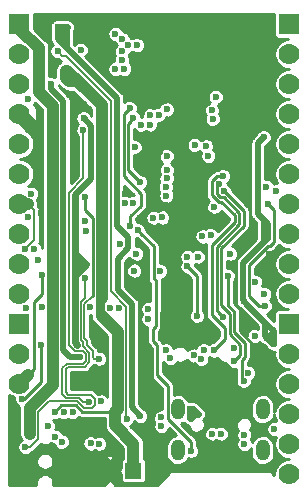
<source format=gbr>
G04 #@! TF.GenerationSoftware,KiCad,Pcbnew,6.0.0-unknown-d4e9ddc~100~ubuntu18.04.1*
G04 #@! TF.CreationDate,2019-08-02T11:15:37+03:00*
G04 #@! TF.ProjectId,NB-IoT-DevKit_Rev_B,4e422d49-6f54-42d4-9465-764b69745f52,B*
G04 #@! TF.SameCoordinates,Original*
G04 #@! TF.FileFunction,Copper,L2,Inr*
G04 #@! TF.FilePolarity,Positive*
%FSLAX46Y46*%
G04 Gerber Fmt 4.6, Leading zero omitted, Abs format (unit mm)*
G04 Created by KiCad (PCBNEW 6.0.0-unknown-d4e9ddc~100~ubuntu18.04.1) date 2019-08-02 11:15:37*
%MOMM*%
%LPD*%
G04 APERTURE LIST*
%ADD10C,1.778000*%
%ADD11R,1.778000X1.778000*%
%ADD12C,1.400000*%
%ADD13R,1.400000X1.400000*%
%ADD14O,1.200000X1.800000*%
%ADD15C,0.600000*%
%ADD16C,0.508000*%
%ADD17C,0.609600*%
%ADD18C,0.762000*%
%ADD19C,0.254000*%
%ADD20C,1.016000*%
%ADD21C,0.157480*%
G04 APERTURE END LIST*
D10*
X154940000Y-69850000D03*
X154940000Y-67310000D03*
X154940000Y-64770000D03*
D11*
X154940000Y-62230000D03*
D10*
X154940000Y-72390000D03*
X154940000Y-74930000D03*
X154940000Y-80010000D03*
X154940000Y-77470000D03*
X154940000Y-82550000D03*
X154940000Y-85090000D03*
X154940000Y-95250000D03*
X154940000Y-92710000D03*
X154940000Y-90170000D03*
D11*
X154940000Y-87630000D03*
D10*
X154940000Y-97790000D03*
X154940000Y-100330000D03*
X132080000Y-92710000D03*
X132080000Y-90170000D03*
D11*
X132080000Y-87630000D03*
D10*
X132080000Y-69850000D03*
X132080000Y-67310000D03*
X132080000Y-64770000D03*
D11*
X132080000Y-62230000D03*
D10*
X132080000Y-72390000D03*
X132080000Y-74930000D03*
X132080000Y-80010000D03*
X132080000Y-77470000D03*
X132080000Y-82550000D03*
X132080000Y-85090000D03*
D12*
X139715240Y-100058220D03*
D13*
X141744700Y-100055680D03*
D14*
X145498000Y-98294000D03*
X145498000Y-94824000D03*
X152698000Y-94824000D03*
X152698000Y-98294000D03*
D15*
X136080500Y-62484000D03*
X135338892Y-62484000D03*
X138112500Y-97726500D03*
X138848348Y-97752652D03*
X142320990Y-95408307D03*
X133477000Y-61658500D03*
X133477000Y-62420500D03*
X153162000Y-91059000D03*
X153924000Y-91059000D03*
X153924000Y-91821000D03*
X138557000Y-63754000D03*
X138557000Y-64643000D03*
X138557000Y-65532000D03*
X142938500Y-66040000D03*
X143700500Y-66040000D03*
X142938500Y-63754000D03*
X142938500Y-62611000D03*
X143700500Y-64008000D03*
X142367000Y-61658500D03*
X139192000Y-61658500D03*
X138430000Y-61658500D03*
X137668000Y-61658500D03*
X139954000Y-61658500D03*
X140716000Y-61658500D03*
X141478000Y-61658500D03*
X143954500Y-61658500D03*
X144716500Y-61658500D03*
X148844000Y-66167000D03*
X151578002Y-64262000D03*
X150558500Y-61658500D03*
X149796500Y-61658500D03*
X148971000Y-61658500D03*
X148209000Y-61658500D03*
X152781000Y-64389000D03*
X149606000Y-66167000D03*
X150241000Y-68707000D03*
X149688568Y-78695532D03*
X150241000Y-66548000D03*
X148681000Y-67600000D03*
X150956990Y-95313500D03*
X150956990Y-94488000D03*
X153162000Y-91821000D03*
X131445000Y-93916500D03*
X143954500Y-93154500D03*
X136499600Y-97345500D03*
X137223500Y-97345500D03*
X150241000Y-64389000D03*
X149606000Y-63754000D03*
X147955000Y-66167000D03*
X150558500Y-62484000D03*
X150876000Y-63246000D03*
X149606000Y-62484000D03*
X150114000Y-63246000D03*
X141016023Y-76609511D03*
X144526000Y-77533500D03*
X144352990Y-87947500D03*
X144081987Y-88773481D03*
X143129028Y-89726467D03*
X150050500Y-96837500D03*
X150050500Y-97599500D03*
X142274722Y-78649031D03*
X137541000Y-68961000D03*
X143891000Y-73025000D03*
X142875004Y-73215500D03*
X133921500Y-78232000D03*
X133938957Y-72009000D03*
X133938979Y-70358000D03*
X133938979Y-69596000D03*
X136627767Y-68833995D03*
X140210000Y-66038000D03*
X140779500Y-65278000D03*
X140779500Y-64516000D03*
X140779500Y-63500000D03*
X141287500Y-64008000D03*
X140208000Y-63055500D03*
X142049500Y-64008000D03*
X140970000Y-66040000D03*
X132842000Y-68580000D03*
X152019000Y-88646000D03*
X151130000Y-97790000D03*
X151130000Y-97028000D03*
X144843500Y-90507428D03*
X144460250Y-89852500D03*
X137521728Y-70208262D03*
X142306704Y-75593544D03*
X137744039Y-82550000D03*
X136977870Y-89382600D03*
X132969000Y-96901000D03*
X132969000Y-95377000D03*
X132969000Y-96139000D03*
X136017000Y-66040000D03*
X136036227Y-66769061D03*
X135079922Y-95086569D03*
X137668000Y-76898500D03*
X132588000Y-81280000D03*
X137668000Y-78867000D03*
X138983466Y-94176291D03*
X144089980Y-95530019D03*
X144096560Y-96278623D03*
X137738176Y-79753927D03*
X149923500Y-81661000D03*
X141742466Y-77365222D03*
X143001992Y-87202990D03*
X148297369Y-80090990D03*
X144562958Y-73406000D03*
X147574000Y-80208030D03*
X146827011Y-90281240D03*
X147700996Y-89852500D03*
X149375521Y-76341733D03*
X147497903Y-90561331D03*
X147129500Y-86931500D03*
X149330075Y-75098575D03*
X153670000Y-96520000D03*
X148526500Y-89852500D03*
X148970381Y-75738070D03*
X149299245Y-86984255D03*
X148466970Y-70256386D03*
X148399500Y-69532488D03*
X142385261Y-70762532D03*
X137946782Y-94219961D03*
X137494952Y-71221994D03*
X135318500Y-64516000D03*
X141160500Y-95631000D03*
X133964982Y-83450536D03*
X141986000Y-81661000D03*
X132650867Y-86296500D03*
X144007253Y-83132243D03*
X143002000Y-86360000D03*
X143429010Y-78613000D03*
X144181988Y-78601205D03*
X141016032Y-77336522D03*
X132777999Y-78585644D03*
X144562998Y-69453491D03*
X141414500Y-69342000D03*
X141491314Y-79311044D03*
X148409500Y-96901000D03*
X149136500Y-96901000D03*
X140606490Y-80817687D03*
X138082579Y-86156319D03*
X144528686Y-76771500D03*
X144487475Y-76022200D03*
X144546944Y-75285600D03*
X144573794Y-74549000D03*
X148082000Y-73406000D03*
X147891500Y-72580500D03*
X148705887Y-68379123D03*
X143159961Y-69946039D03*
X148580342Y-77688796D03*
X146939000Y-72453500D03*
X147193000Y-95250000D03*
X146532600Y-95529400D03*
X146532600Y-94818200D03*
X134493000Y-96266000D03*
X135128000Y-97155000D03*
X135691590Y-97599500D03*
X137287000Y-64389000D03*
X147193000Y-81915000D03*
X133684990Y-82169000D03*
X142113000Y-79692500D03*
X146621500Y-98361500D03*
X133350000Y-81280000D03*
X137668000Y-83756500D03*
X132588000Y-98044000D03*
X146304000Y-81915000D03*
X133982128Y-86169500D03*
X153035000Y-88773000D03*
X153606500Y-88265000D03*
X153606500Y-89281000D03*
X141795500Y-83098570D03*
X151088500Y-85674927D03*
X149725649Y-83539305D03*
X134747000Y-67310000D03*
X132338089Y-94000447D03*
X133904010Y-89379917D03*
X133096000Y-76581000D03*
X139192000Y-62865000D03*
X153098500Y-80327500D03*
X152781000Y-78803500D03*
X153162000Y-77470000D03*
X152998011Y-76012313D03*
X153847424Y-76377400D03*
X152781000Y-71818500D03*
X152833755Y-85100769D03*
X153606500Y-85407500D03*
X152844500Y-86106004D03*
X152065021Y-84074000D03*
X153214463Y-81713463D03*
X140512499Y-86283800D03*
X141841510Y-72628804D03*
X137223500Y-90398900D03*
X138874500Y-92265500D03*
X138849016Y-90552030D03*
X135858490Y-95091490D03*
X136588500Y-95072500D03*
X143119983Y-70728406D03*
X146314885Y-82749404D03*
X143892816Y-69896010D03*
X141732000Y-70208522D03*
X139761150Y-86251659D03*
X150266400Y-90754200D03*
X151088512Y-92418574D03*
X151460200Y-91744802D03*
X150238747Y-89659777D03*
D16*
X136080500Y-62484000D02*
X136080500Y-64242064D01*
X135338892Y-63500456D02*
X135338892Y-62484000D01*
X135763000Y-62484000D02*
X135763000Y-63881000D01*
X135763000Y-63881000D02*
X135741218Y-63902782D01*
X135741218Y-63902782D02*
X135338892Y-63500456D01*
X136080500Y-64242064D02*
X135741218Y-63902782D01*
D17*
X136080500Y-62484000D02*
X135763000Y-62484000D01*
X135763000Y-62484000D02*
X135338892Y-62484000D01*
D18*
X139715240Y-100058220D02*
X140415010Y-100757990D01*
D17*
X132016500Y-100139500D02*
X139636500Y-100139500D01*
X131445000Y-99568000D02*
X132016500Y-100139500D01*
X131445000Y-93916500D02*
X131445000Y-99568000D01*
X139636500Y-100139500D02*
X139700000Y-100076000D01*
X144101736Y-77533500D02*
X143624311Y-77056075D01*
X144526000Y-77533500D02*
X144101736Y-77533500D01*
X143624311Y-74028311D02*
X143174999Y-73578999D01*
X143624311Y-77056075D02*
X143624311Y-74028311D01*
D18*
X144399000Y-86614000D02*
X144352990Y-86660010D01*
X144352990Y-86660010D02*
X144352990Y-87523236D01*
X144352990Y-87523236D02*
X144352990Y-87947500D01*
D16*
X150050500Y-96012000D02*
X150050500Y-97048236D01*
X150956990Y-94488000D02*
X150050500Y-95394490D01*
X150050500Y-95394490D02*
X150050500Y-96012000D01*
D18*
X150050500Y-97048236D02*
X150050500Y-97599500D01*
D19*
X140415010Y-100757990D02*
X140749020Y-101092000D01*
X142875000Y-101092000D02*
X143129000Y-100838000D01*
X140749020Y-101092000D02*
X142875000Y-101092000D01*
D18*
X150050500Y-97599500D02*
X150050500Y-99250500D01*
D17*
X143891000Y-73025000D02*
X143891000Y-71437500D01*
X143891000Y-71437500D02*
X145415000Y-69913500D01*
X145415000Y-67754500D02*
X143700500Y-66040000D01*
X145415000Y-69913500D02*
X145415000Y-67754500D01*
X143337001Y-73578999D02*
X143174999Y-73578999D01*
X143891000Y-73025000D02*
X143337001Y-73578999D01*
X143175003Y-73515499D02*
X142875004Y-73215500D01*
X142875004Y-73206231D02*
X142875004Y-73215500D01*
X143175003Y-73578995D02*
X143175003Y-73515499D01*
X143174999Y-73578999D02*
X143175003Y-73578995D01*
D16*
X150956990Y-94488000D02*
X150956990Y-95377000D01*
X150177500Y-96075500D02*
X150177500Y-96710500D01*
X150956990Y-95377000D02*
X150876000Y-95377000D01*
X150876000Y-95377000D02*
X150177500Y-96075500D01*
D18*
X150050500Y-95377000D02*
X150050500Y-97048236D01*
X150177500Y-95758000D02*
X150685500Y-95250000D01*
X150685500Y-94742000D02*
X150050500Y-95377000D01*
X150685500Y-95250000D02*
X150685500Y-94742000D01*
D16*
X151257000Y-94488000D02*
X150956990Y-94488000D01*
X153924000Y-91821000D02*
X151257000Y-94488000D01*
D17*
X143129028Y-89726467D02*
X143129028Y-92329028D01*
X143129028Y-92329028D02*
X143129028Y-93979972D01*
X143637000Y-92837000D02*
X143637000Y-93472000D01*
X143129028Y-92329028D02*
X143637000Y-92837000D01*
X143637000Y-92837000D02*
X143954500Y-93154500D01*
X143129000Y-93980000D02*
X143129000Y-99949000D01*
X143954500Y-93154500D02*
X143129000Y-93980000D01*
D16*
X150050500Y-99250500D02*
X149352000Y-99949000D01*
X149352000Y-99949000D02*
X143129000Y-99949000D01*
D17*
X143129000Y-99885500D02*
X143129000Y-100838000D01*
D16*
X145288000Y-94488000D02*
X145288000Y-95250000D01*
D20*
X136144000Y-66167000D02*
X136017000Y-66167000D01*
X137223500Y-67246500D02*
X136144000Y-66167000D01*
X137541000Y-67564000D02*
X137033000Y-67056000D01*
X136017000Y-66167000D02*
X136017000Y-66749834D01*
X136017000Y-66749834D02*
X136036227Y-66769061D01*
X137033000Y-67056000D02*
X136323166Y-67056000D01*
X136323166Y-67056000D02*
X136036227Y-66769061D01*
X132778500Y-77470000D02*
X132080000Y-77470000D01*
D21*
X132588000Y-81280000D02*
X133350000Y-80518000D01*
X133350000Y-77978000D02*
X132842000Y-77470000D01*
X133350000Y-80518000D02*
X133350000Y-77978000D01*
D19*
X146304000Y-82804000D02*
X146304000Y-82804000D01*
D20*
X132842000Y-91948000D02*
X132080000Y-92710000D01*
D19*
X133964982Y-85110018D02*
X133964982Y-83450536D01*
X133350000Y-85725000D02*
X133964982Y-85110018D01*
X132842000Y-91948000D02*
X133350000Y-91440000D01*
X133350000Y-91440000D02*
X133350000Y-85725000D01*
D17*
X146532600Y-95529400D02*
X146532600Y-94818200D01*
X146761200Y-94818200D02*
X147193000Y-95250000D01*
X146532600Y-94818200D02*
X146761200Y-94818200D01*
X146908934Y-95250000D02*
X147193000Y-95250000D01*
X146604134Y-95554800D02*
X146908934Y-95250000D01*
X146532600Y-95529400D02*
X146558000Y-95554800D01*
X146558000Y-95554800D02*
X146604134Y-95554800D01*
D16*
X153606500Y-88265000D02*
X153606500Y-89281000D01*
X153543000Y-89281000D02*
X153035000Y-88773000D01*
X153606500Y-89281000D02*
X153543000Y-89281000D01*
X153098500Y-88773000D02*
X153606500Y-88265000D01*
X153035000Y-88773000D02*
X153098500Y-88773000D01*
X153606500Y-88201500D02*
X152908000Y-87503000D01*
X153606500Y-88265000D02*
X153606500Y-88201500D01*
X152908000Y-88646000D02*
X152908000Y-87503000D01*
X153035000Y-88773000D02*
X152908000Y-88646000D01*
X152908000Y-87503000D02*
X152908000Y-87494427D01*
X152908000Y-87494427D02*
X151388499Y-85974926D01*
X151388499Y-85974926D02*
X151088500Y-85674927D01*
X136385300Y-90398600D02*
X137210800Y-90398600D01*
X152481001Y-72118499D02*
X152781000Y-71818500D01*
X152273000Y-72326500D02*
X152481001Y-72118499D01*
X152781000Y-78803500D02*
X152273000Y-78295500D01*
X152273000Y-78295500D02*
X152273000Y-72326500D01*
X153098500Y-79121000D02*
X152781000Y-78803500D01*
X153098500Y-80327500D02*
X153098500Y-80010000D01*
X153098500Y-80010000D02*
X153098500Y-79121000D01*
X153098500Y-79883000D02*
X153098500Y-80010000D01*
D19*
X148780511Y-86465521D02*
X148999246Y-86684256D01*
X148780511Y-81058659D02*
X148780511Y-86465521D01*
X148818252Y-75890199D02*
X148818252Y-76605343D01*
X149368376Y-76896066D02*
X150685500Y-78213190D01*
X148818252Y-76605343D02*
X149108975Y-76896066D01*
X150685500Y-79153670D02*
X148780511Y-81058659D01*
X149108975Y-76896066D02*
X149368376Y-76896066D01*
X148999246Y-86684256D02*
X149299245Y-86984255D01*
X148970381Y-75738070D02*
X148818252Y-75890199D01*
X150685500Y-78213190D02*
X150685500Y-79153670D01*
D16*
X151003000Y-82423000D02*
X153098500Y-80327500D01*
X151088500Y-85674927D02*
X151003000Y-85589427D01*
X151003000Y-85589427D02*
X151003000Y-82423000D01*
X152781000Y-80645000D02*
X152590500Y-80835500D01*
X152781000Y-78803500D02*
X152781000Y-80645000D01*
D19*
X152844496Y-86106000D02*
X152844500Y-86106004D01*
X152349200Y-86106000D02*
X152844496Y-86106000D01*
X151511011Y-85267811D02*
X152349200Y-86106000D01*
X153652502Y-77960502D02*
X153652502Y-80662498D01*
X153162011Y-80982425D02*
X151511011Y-82633425D01*
X153162000Y-77470000D02*
X153652502Y-77960502D01*
X153652502Y-80662498D02*
X153332575Y-80982425D01*
X153332575Y-80982425D02*
X153162011Y-80982425D01*
X151511011Y-82633425D02*
X151511011Y-85267811D01*
X149504400Y-87985600D02*
X149504400Y-88874600D01*
X148399500Y-80900840D02*
X148399500Y-86880700D01*
X150304500Y-78995840D02*
X148399500Y-80900840D01*
X148822661Y-75098575D02*
X148402731Y-75518505D01*
X148399500Y-86880700D02*
X149504400Y-87985600D01*
X148951156Y-77277077D02*
X149159077Y-77277077D01*
X149330075Y-75098575D02*
X148822661Y-75098575D01*
X148402731Y-75518505D02*
X148402731Y-76728652D01*
X149504400Y-88874600D02*
X148526500Y-89852500D01*
X148402731Y-76728652D02*
X148951156Y-77277077D01*
X150304500Y-78422500D02*
X150304500Y-78995840D01*
X149159077Y-77277077D02*
X150304500Y-78422500D01*
D17*
X137744039Y-82550000D02*
X136779000Y-82550000D01*
X136776449Y-89181179D02*
X136977870Y-89382600D01*
X136779000Y-82550000D02*
X136776449Y-82552551D01*
D20*
X139065000Y-69088000D02*
X139065000Y-81755020D01*
X136144000Y-66167000D02*
X139065000Y-69088000D01*
D16*
X138175989Y-70862523D02*
X138175989Y-75311011D01*
X137521728Y-70208262D02*
X138175989Y-70862523D01*
X138175989Y-75311011D02*
X136779000Y-76708000D01*
D20*
X139065000Y-81755020D02*
X139065000Y-85407500D01*
D18*
X139128500Y-86995000D02*
X138938000Y-86804500D01*
X138938000Y-85534500D02*
X139065000Y-85407500D01*
X138938000Y-86804500D02*
X138938000Y-85534500D01*
D19*
X143446511Y-83756511D02*
X143446511Y-81026011D01*
X143637000Y-83947000D02*
X143446511Y-83756511D01*
X143637000Y-87757000D02*
X143637000Y-83947000D01*
X143383000Y-88011000D02*
X143637000Y-87757000D01*
X143383000Y-89027000D02*
X143383000Y-88011000D01*
X146621500Y-97599500D02*
X144643990Y-95621990D01*
X144643990Y-92827990D02*
X143742218Y-91926218D01*
X146621500Y-98361500D02*
X146621500Y-97599500D01*
X144643990Y-95621990D02*
X144643990Y-92827990D01*
X142412999Y-79992499D02*
X142113000Y-79692500D01*
X143742218Y-89386218D02*
X143383000Y-89027000D01*
X143446511Y-81026011D02*
X142412999Y-79992499D01*
X143742218Y-91926218D02*
X143742218Y-89386218D01*
D17*
X145288000Y-78295500D02*
X144526000Y-77533500D01*
X144399000Y-86614000D02*
X145288000Y-85725000D01*
X145288000Y-85725000D02*
X145288000Y-78295500D01*
D16*
X149264304Y-78695532D02*
X149688568Y-78695532D01*
X145288000Y-78740000D02*
X145332468Y-78695532D01*
X145332468Y-78695532D02*
X149264304Y-78695532D01*
D19*
X141491314Y-78472686D02*
X141491314Y-79311044D01*
X140906500Y-75120500D02*
X142367000Y-76581000D01*
X141414500Y-69342000D02*
X140906500Y-69850000D01*
X142367000Y-77597000D02*
X141491314Y-78472686D01*
X142367000Y-76581000D02*
X142367000Y-77597000D01*
X140906500Y-69850000D02*
X140906500Y-75120500D01*
D17*
X137744039Y-82550000D02*
X136779000Y-81584961D01*
X136779000Y-81584961D02*
X136779000Y-81407000D01*
X136779000Y-81407000D02*
X136779000Y-82550000D01*
X136857590Y-83436449D02*
X136776449Y-83436449D01*
X137744039Y-82550000D02*
X136857590Y-83436449D01*
X136776449Y-82552551D02*
X136776449Y-83436449D01*
X136776449Y-83436449D02*
X136776449Y-89181179D01*
D19*
X133858000Y-89333906D02*
X133858000Y-89281000D01*
X133904010Y-89379916D02*
X133858000Y-89333906D01*
X133904010Y-92536990D02*
X133904010Y-89379916D01*
X132338089Y-94000447D02*
X132440553Y-94000447D01*
X132440553Y-94000447D02*
X133904010Y-92536990D01*
D20*
X132969000Y-94742000D02*
X132969000Y-96901000D01*
X132080000Y-62611000D02*
X133731000Y-64262000D01*
X133731000Y-64262000D02*
X133731000Y-67945000D01*
X133731000Y-67945000D02*
X134917138Y-69131138D01*
X132080000Y-62230000D02*
X132080000Y-62611000D01*
X134917138Y-69131138D02*
X134917138Y-92793862D01*
X134917138Y-92793862D02*
X132969000Y-94742000D01*
D16*
X142320990Y-95394490D02*
X142320990Y-95408307D01*
X141605000Y-85947250D02*
X141605000Y-94678500D01*
X140398500Y-84740750D02*
X141605000Y-85947250D01*
X141287500Y-80264000D02*
X141287500Y-81216500D01*
X141605000Y-94678500D02*
X142320990Y-95394490D01*
X140335022Y-68496586D02*
X140335022Y-79311522D01*
X136080500Y-64242064D02*
X140335022Y-68496586D01*
X140335022Y-79311522D02*
X141287500Y-80264000D01*
X140398500Y-82105500D02*
X140398500Y-84740750D01*
X141287500Y-81216500D02*
X140398500Y-82105500D01*
D20*
X141744700Y-97739200D02*
X141744700Y-100055680D01*
X140208000Y-95059500D02*
X140208000Y-96202500D01*
X140208000Y-96202500D02*
X141744700Y-97739200D01*
X140431498Y-94836002D02*
X140208000Y-95059500D01*
X139065000Y-86931500D02*
X140431498Y-88297998D01*
X140431498Y-88297998D02*
X140431498Y-94836002D01*
D21*
X138847986Y-90551000D02*
X138849016Y-90552030D01*
X138430000Y-90551000D02*
X138847986Y-90551000D01*
X138303000Y-90424000D02*
X138430000Y-90551000D01*
X138303000Y-89916000D02*
X138303000Y-90424000D01*
X137779125Y-89392125D02*
X138303000Y-89916000D01*
X137576838Y-85943162D02*
X137576838Y-88840588D01*
X138303000Y-85217000D02*
X137576838Y-85943162D01*
X137576838Y-88840588D02*
X137779125Y-89042875D01*
X137779125Y-89042875D02*
X137779125Y-89392125D01*
D19*
X138303000Y-78613000D02*
X138303000Y-85217000D01*
X137668000Y-76898500D02*
X137668000Y-77978000D01*
X137668000Y-77978000D02*
X138303000Y-78613000D01*
D21*
X137488419Y-89503749D02*
X137488419Y-89164919D01*
X137488419Y-89164919D02*
X137287000Y-88963500D01*
X133683259Y-95043741D02*
X134556500Y-94170500D01*
X137287000Y-88963500D02*
X137287000Y-85788500D01*
X132588000Y-98044000D02*
X133012264Y-98044000D01*
X134556500Y-94170500D02*
X136969500Y-94170500D01*
X138213774Y-94726749D02*
X138452523Y-94488000D01*
X138018509Y-90033839D02*
X137488419Y-89503749D01*
X136017000Y-93408500D02*
X136017000Y-91440000D01*
X133683259Y-97373005D02*
X133683259Y-95043741D01*
X138112500Y-93599000D02*
X136207500Y-93599000D01*
X136207500Y-93599000D02*
X136017000Y-93408500D01*
X133012264Y-98044000D02*
X133683259Y-97373005D01*
X137668000Y-85407500D02*
X137668000Y-83756500D01*
X137287000Y-85788500D02*
X137668000Y-85407500D01*
X138018509Y-90835491D02*
X138018509Y-90033839D01*
X138452523Y-94488000D02*
X138452523Y-93939023D01*
X136017000Y-91440000D02*
X136207500Y-91249500D01*
X138452523Y-93939023D02*
X138112500Y-93599000D01*
X136969500Y-94170500D02*
X137525749Y-94726749D01*
X137525749Y-94726749D02*
X138213774Y-94726749D01*
X136207500Y-91249500D02*
X137604500Y-91249500D01*
X137604500Y-91249500D02*
X138018509Y-90835491D01*
D17*
X136779000Y-76771500D02*
X136779000Y-81407000D01*
D16*
X136779000Y-76771500D02*
X136779000Y-76708000D01*
D21*
X135732509Y-93558090D02*
X136057911Y-93883490D01*
X135732509Y-91322160D02*
X135732509Y-93558090D01*
X137461240Y-94219961D02*
X137946782Y-94219961D01*
X136057911Y-93883490D02*
X137124769Y-93883490D01*
X136089660Y-90965009D02*
X135732509Y-91322160D01*
X137124769Y-93883490D02*
X137461240Y-94219961D01*
X137486661Y-90965009D02*
X136089660Y-90965009D01*
X137734018Y-90717652D02*
X137486661Y-90965009D01*
X137734018Y-90151678D02*
X137734018Y-90717652D01*
X136265899Y-89392657D02*
X136766392Y-89893150D01*
X137494952Y-75293548D02*
X136265899Y-76522601D01*
X136766392Y-89893150D02*
X137475490Y-89893150D01*
X137494952Y-71221994D02*
X137494952Y-75293548D01*
X137475490Y-89893150D02*
X137734018Y-90151678D01*
X136265899Y-76522601D02*
X136265899Y-89392657D01*
D16*
X134747000Y-67310000D02*
X134747000Y-67691000D01*
X135806149Y-89806749D02*
X136398000Y-90398600D01*
X135806149Y-68750149D02*
X135806149Y-89806749D01*
X134747000Y-67691000D02*
X135806149Y-68750149D01*
D21*
X135699500Y-64897000D02*
X135318500Y-64516000D01*
X141145249Y-95615749D02*
X141145249Y-86137685D01*
X139857510Y-84849946D02*
X139857510Y-68737510D01*
X141160500Y-95631000D02*
X141145249Y-95615749D01*
X139857510Y-68737510D02*
X136017000Y-64897000D01*
X141145249Y-86137685D02*
X139857510Y-84849946D01*
X136017000Y-64897000D02*
X135699500Y-64897000D01*
D19*
X146614884Y-83049403D02*
X146314885Y-82749404D01*
X147129500Y-86931500D02*
X147129500Y-83564019D01*
X147129500Y-83564019D02*
X146614884Y-83049403D01*
X141287500Y-70653022D02*
X141432001Y-70508521D01*
X142306704Y-75593544D02*
X141287500Y-74574340D01*
X141432001Y-70508521D02*
X141732000Y-70208522D01*
X141287500Y-74574340D02*
X141287500Y-70653022D01*
X150431500Y-82105500D02*
X151638000Y-80899000D01*
X153162000Y-91059000D02*
X153162000Y-90634736D01*
X150540999Y-69006999D02*
X150241000Y-68707000D01*
X150749000Y-88221736D02*
X150749000Y-86334600D01*
X151638000Y-80899000D02*
X151638000Y-70104000D01*
X150749000Y-86334600D02*
X150431500Y-86017100D01*
X153162000Y-90634736D02*
X150749000Y-88221736D01*
X150431500Y-86017100D02*
X150431500Y-82105500D01*
X151638000Y-70104000D02*
X150540999Y-69006999D01*
X149161522Y-81216478D02*
X149161522Y-86009852D01*
X149375521Y-76341733D02*
X151066500Y-78032712D01*
X150792808Y-90227792D02*
X150566399Y-90454201D01*
X150566399Y-90454201D02*
X150266400Y-90754200D01*
X149885411Y-88486459D02*
X150792808Y-89393856D01*
X149161522Y-86009852D02*
X149885411Y-86733741D01*
X151066500Y-78032712D02*
X151066500Y-79311500D01*
X151066500Y-79311500D02*
X149161522Y-81216478D01*
X151173811Y-89230481D02*
X151173811Y-90385619D01*
X151173811Y-90385619D02*
X150901400Y-90658030D01*
X150901400Y-90658030D02*
X150901400Y-92231462D01*
X150266422Y-88323092D02*
X151173811Y-89230481D01*
X150266422Y-86575922D02*
X150266422Y-88323092D01*
X149725649Y-86035149D02*
X150266422Y-86575922D01*
X150901400Y-92231462D02*
X151088512Y-92418574D01*
X150792808Y-89393856D02*
X150792808Y-90227792D01*
X149885411Y-86733741D02*
X149885411Y-88486459D01*
X149725649Y-83539305D02*
X149725649Y-86035149D01*
X137382250Y-95059500D02*
X140208000Y-95059500D01*
X136841240Y-94518490D02*
X137382250Y-95059500D01*
X135079922Y-95086569D02*
X135648001Y-94518490D01*
X135648001Y-94518490D02*
X136841240Y-94518490D01*
G36*
X150369000Y-85561758D02*
G01*
X150361671Y-85645535D01*
X150383437Y-85726769D01*
X150398045Y-85809612D01*
X150412208Y-85834143D01*
X150419538Y-85861499D01*
X150432343Y-85879786D01*
X150434350Y-85892532D01*
X150540105Y-86092691D01*
X150704993Y-86247802D01*
X150814180Y-86297217D01*
X150908770Y-86391807D01*
X152274001Y-87757039D01*
X152274000Y-88009457D01*
X152079085Y-87959230D01*
X151853389Y-87976794D01*
X151645550Y-88066519D01*
X151477981Y-88218729D01*
X151368749Y-88417010D01*
X151329632Y-88639984D01*
X151335112Y-88674777D01*
X150773422Y-88113087D01*
X150773422Y-86625861D01*
X150783356Y-86575922D01*
X150744005Y-86378100D01*
X150721724Y-86344754D01*
X150631949Y-86210395D01*
X150589611Y-86182106D01*
X150232649Y-85825144D01*
X150232649Y-83994052D01*
X150326847Y-83876682D01*
X150369001Y-83759918D01*
X150369000Y-85561758D01*
X150369000Y-85561758D01*
G37*
X150369000Y-85561758D02*
X150361671Y-85645535D01*
X150383437Y-85726769D01*
X150398045Y-85809612D01*
X150412208Y-85834143D01*
X150419538Y-85861499D01*
X150432343Y-85879786D01*
X150434350Y-85892532D01*
X150540105Y-86092691D01*
X150704993Y-86247802D01*
X150814180Y-86297217D01*
X150908770Y-86391807D01*
X152274001Y-87757039D01*
X152274000Y-88009457D01*
X152079085Y-87959230D01*
X151853389Y-87976794D01*
X151645550Y-88066519D01*
X151477981Y-88218729D01*
X151368749Y-88417010D01*
X151329632Y-88639984D01*
X151335112Y-88674777D01*
X150773422Y-88113087D01*
X150773422Y-86625861D01*
X150783356Y-86575922D01*
X150744005Y-86378100D01*
X150721724Y-86344754D01*
X150631949Y-86210395D01*
X150589611Y-86182106D01*
X150232649Y-85825144D01*
X150232649Y-83994052D01*
X150326847Y-83876682D01*
X150369001Y-83759918D01*
X150369000Y-85561758D01*
G36*
X154231041Y-81069029D02*
G01*
X154435906Y-81180493D01*
X154657652Y-81252756D01*
X154877745Y-81281927D01*
X154725273Y-81293793D01*
X154499943Y-81353960D01*
X154289351Y-81454181D01*
X154100549Y-81591102D01*
X153939860Y-81760137D01*
X153812666Y-81955625D01*
X153723227Y-82171018D01*
X153674538Y-82399103D01*
X153668230Y-82632241D01*
X153704513Y-82862626D01*
X153782173Y-83082541D01*
X153898609Y-83284620D01*
X154049921Y-83462098D01*
X154231041Y-83609029D01*
X154435906Y-83720493D01*
X154657652Y-83792756D01*
X154877745Y-83821927D01*
X154725273Y-83833793D01*
X154499943Y-83893960D01*
X154289351Y-83994181D01*
X154100549Y-84131102D01*
X153939860Y-84300137D01*
X153812666Y-84495625D01*
X153723227Y-84711018D01*
X153674538Y-84939103D01*
X153668230Y-85172241D01*
X153704513Y-85402626D01*
X153782173Y-85622541D01*
X153898609Y-85824620D01*
X154049921Y-86002098D01*
X154231041Y-86149029D01*
X154435906Y-86260493D01*
X154657652Y-86332756D01*
X154833205Y-86356024D01*
X154038590Y-86356024D01*
X153902731Y-86383047D01*
X153777035Y-86467035D01*
X153693047Y-86592731D01*
X153666024Y-86728590D01*
X153666024Y-87364414D01*
X153427036Y-87125426D01*
X153401164Y-87080613D01*
X153336735Y-87026551D01*
X153063119Y-86752935D01*
X153112759Y-86741063D01*
X153304003Y-86619930D01*
X153445698Y-86443381D01*
X153522741Y-86229974D01*
X153524801Y-85993889D01*
X153451495Y-85779171D01*
X153312902Y-85600175D01*
X153307674Y-85596734D01*
X153434953Y-85438146D01*
X153511996Y-85224739D01*
X153514056Y-84988654D01*
X153440750Y-84773936D01*
X153302157Y-84594940D01*
X153113057Y-84470488D01*
X152893840Y-84413999D01*
X152668144Y-84431563D01*
X152640408Y-84443537D01*
X152666219Y-84411377D01*
X152743262Y-84197970D01*
X152745322Y-83961885D01*
X152672016Y-83747167D01*
X152533423Y-83568171D01*
X152344323Y-83443719D01*
X152125106Y-83387230D01*
X152018011Y-83395564D01*
X152018011Y-82843430D01*
X153369411Y-81492030D01*
X153394680Y-81487004D01*
X153530397Y-81460008D01*
X153698101Y-81347953D01*
X153726390Y-81305616D01*
X153975694Y-81056312D01*
X154018029Y-81028025D01*
X154075138Y-80942555D01*
X154231041Y-81069029D01*
X154231041Y-81069029D01*
G37*
X154231041Y-81069029D02*
X154435906Y-81180493D01*
X154657652Y-81252756D01*
X154877745Y-81281927D01*
X154725273Y-81293793D01*
X154499943Y-81353960D01*
X154289351Y-81454181D01*
X154100549Y-81591102D01*
X153939860Y-81760137D01*
X153812666Y-81955625D01*
X153723227Y-82171018D01*
X153674538Y-82399103D01*
X153668230Y-82632241D01*
X153704513Y-82862626D01*
X153782173Y-83082541D01*
X153898609Y-83284620D01*
X154049921Y-83462098D01*
X154231041Y-83609029D01*
X154435906Y-83720493D01*
X154657652Y-83792756D01*
X154877745Y-83821927D01*
X154725273Y-83833793D01*
X154499943Y-83893960D01*
X154289351Y-83994181D01*
X154100549Y-84131102D01*
X153939860Y-84300137D01*
X153812666Y-84495625D01*
X153723227Y-84711018D01*
X153674538Y-84939103D01*
X153668230Y-85172241D01*
X153704513Y-85402626D01*
X153782173Y-85622541D01*
X153898609Y-85824620D01*
X154049921Y-86002098D01*
X154231041Y-86149029D01*
X154435906Y-86260493D01*
X154657652Y-86332756D01*
X154833205Y-86356024D01*
X154038590Y-86356024D01*
X153902731Y-86383047D01*
X153777035Y-86467035D01*
X153693047Y-86592731D01*
X153666024Y-86728590D01*
X153666024Y-87364414D01*
X153427036Y-87125426D01*
X153401164Y-87080613D01*
X153336735Y-87026551D01*
X153063119Y-86752935D01*
X153112759Y-86741063D01*
X153304003Y-86619930D01*
X153445698Y-86443381D01*
X153522741Y-86229974D01*
X153524801Y-85993889D01*
X153451495Y-85779171D01*
X153312902Y-85600175D01*
X153307674Y-85596734D01*
X153434953Y-85438146D01*
X153511996Y-85224739D01*
X153514056Y-84988654D01*
X153440750Y-84773936D01*
X153302157Y-84594940D01*
X153113057Y-84470488D01*
X152893840Y-84413999D01*
X152668144Y-84431563D01*
X152640408Y-84443537D01*
X152666219Y-84411377D01*
X152743262Y-84197970D01*
X152745322Y-83961885D01*
X152672016Y-83747167D01*
X152533423Y-83568171D01*
X152344323Y-83443719D01*
X152125106Y-83387230D01*
X152018011Y-83395564D01*
X152018011Y-82843430D01*
X153369411Y-81492030D01*
X153394680Y-81487004D01*
X153530397Y-81460008D01*
X153698101Y-81347953D01*
X153726390Y-81305616D01*
X153975694Y-81056312D01*
X154018029Y-81028025D01*
X154075138Y-80942555D01*
X154231041Y-81069029D01*
G36*
X150467786Y-82082022D02*
G01*
X150419539Y-82150928D01*
X150412208Y-82178284D01*
X150398046Y-82202815D01*
X150383441Y-82285644D01*
X150361671Y-82366891D01*
X150369001Y-82450680D01*
X150369001Y-83318963D01*
X150332644Y-83212472D01*
X150194051Y-83033476D01*
X150004951Y-82909024D01*
X149785734Y-82852535D01*
X149668522Y-82861657D01*
X149668522Y-82292043D01*
X149746235Y-82327214D01*
X149971589Y-82348714D01*
X150191759Y-82296059D01*
X150383003Y-82174926D01*
X150493981Y-82036650D01*
X150467786Y-82082022D01*
X150467786Y-82082022D01*
G37*
X150467786Y-82082022D02*
X150419539Y-82150928D01*
X150412208Y-82178284D01*
X150398046Y-82202815D01*
X150383441Y-82285644D01*
X150361671Y-82366891D01*
X150369001Y-82450680D01*
X150369001Y-83318963D01*
X150332644Y-83212472D01*
X150194051Y-83033476D01*
X150004951Y-82909024D01*
X149785734Y-82852535D01*
X149668522Y-82861657D01*
X149668522Y-82292043D01*
X149746235Y-82327214D01*
X149971589Y-82348714D01*
X150191759Y-82296059D01*
X150383003Y-82174926D01*
X150493981Y-82036650D01*
X150467786Y-82082022D01*
G36*
X134029138Y-69498958D02*
G01*
X134029139Y-81164481D01*
X133956995Y-80953167D01*
X133818402Y-80774171D01*
X133756907Y-80733699D01*
X133787837Y-80686070D01*
X133818346Y-80493456D01*
X133808740Y-80457606D01*
X133808740Y-77989970D01*
X133813579Y-77897662D01*
X133793561Y-77858376D01*
X133778441Y-77787246D01*
X133663814Y-77629474D01*
X133658626Y-77626479D01*
X133665766Y-77602603D01*
X133667320Y-77348246D01*
X133597423Y-77103678D01*
X133575881Y-77069536D01*
X133697198Y-76918377D01*
X133774241Y-76704970D01*
X133776301Y-76468885D01*
X133702995Y-76254167D01*
X133564402Y-76075171D01*
X133375302Y-75950719D01*
X133156085Y-75894230D01*
X132930389Y-75911794D01*
X132827478Y-75956221D01*
X132894063Y-75910544D01*
X133059122Y-75745773D01*
X133191389Y-75553682D01*
X133286435Y-75340705D01*
X133341469Y-75112353D01*
X133349484Y-74816133D01*
X133306880Y-74585140D01*
X133223490Y-74367333D01*
X133101804Y-74168370D01*
X132945898Y-73994915D01*
X132760993Y-73852775D01*
X132553282Y-73746713D01*
X132329719Y-73680278D01*
X132124135Y-73658490D01*
X132261770Y-73651397D01*
X132488597Y-73597150D01*
X132701741Y-73502476D01*
X132894063Y-73370544D01*
X133059122Y-73205773D01*
X133191389Y-73013682D01*
X133286435Y-72800705D01*
X133341469Y-72572353D01*
X133349484Y-72276133D01*
X133306880Y-72045140D01*
X133223490Y-71827333D01*
X133101804Y-71628370D01*
X132945898Y-71454915D01*
X132760993Y-71312775D01*
X132657286Y-71259820D01*
X132738784Y-71228618D01*
X131360164Y-69850000D01*
X132080000Y-69130164D01*
X133459307Y-70509473D01*
X133551477Y-70263614D01*
X133600244Y-70009173D01*
X133603244Y-69722698D01*
X133559816Y-69467294D01*
X133474178Y-69223431D01*
X133361040Y-69019745D01*
X133443199Y-68917377D01*
X133444355Y-68914175D01*
X134029138Y-69498958D01*
X134029138Y-69498958D01*
G37*
X134029138Y-69498958D02*
X134029139Y-81164481D01*
X133956995Y-80953167D01*
X133818402Y-80774171D01*
X133756907Y-80733699D01*
X133787837Y-80686070D01*
X133818346Y-80493456D01*
X133808740Y-80457606D01*
X133808740Y-77989970D01*
X133813579Y-77897662D01*
X133793561Y-77858376D01*
X133778441Y-77787246D01*
X133663814Y-77629474D01*
X133658626Y-77626479D01*
X133665766Y-77602603D01*
X133667320Y-77348246D01*
X133597423Y-77103678D01*
X133575881Y-77069536D01*
X133697198Y-76918377D01*
X133774241Y-76704970D01*
X133776301Y-76468885D01*
X133702995Y-76254167D01*
X133564402Y-76075171D01*
X133375302Y-75950719D01*
X133156085Y-75894230D01*
X132930389Y-75911794D01*
X132827478Y-75956221D01*
X132894063Y-75910544D01*
X133059122Y-75745773D01*
X133191389Y-75553682D01*
X133286435Y-75340705D01*
X133341469Y-75112353D01*
X133349484Y-74816133D01*
X133306880Y-74585140D01*
X133223490Y-74367333D01*
X133101804Y-74168370D01*
X132945898Y-73994915D01*
X132760993Y-73852775D01*
X132553282Y-73746713D01*
X132329719Y-73680278D01*
X132124135Y-73658490D01*
X132261770Y-73651397D01*
X132488597Y-73597150D01*
X132701741Y-73502476D01*
X132894063Y-73370544D01*
X133059122Y-73205773D01*
X133191389Y-73013682D01*
X133286435Y-72800705D01*
X133341469Y-72572353D01*
X133349484Y-72276133D01*
X133306880Y-72045140D01*
X133223490Y-71827333D01*
X133101804Y-71628370D01*
X132945898Y-71454915D01*
X132760993Y-71312775D01*
X132657286Y-71259820D01*
X132738784Y-71228618D01*
X131360164Y-69850000D01*
X132080000Y-69130164D01*
X133459307Y-70509473D01*
X133551477Y-70263614D01*
X133600244Y-70009173D01*
X133603244Y-69722698D01*
X133559816Y-69467294D01*
X133474178Y-69223431D01*
X133361040Y-69019745D01*
X133443199Y-68917377D01*
X133444355Y-68914175D01*
X134029138Y-69498958D01*
G36*
X141751425Y-76682431D02*
G01*
X141576855Y-76696016D01*
X141397468Y-76773458D01*
X141295334Y-76706241D01*
X141076117Y-76649752D01*
X140969022Y-76658086D01*
X140969022Y-75900027D01*
X141751425Y-76682431D01*
X141751425Y-76682431D01*
G37*
X141751425Y-76682431D02*
X141576855Y-76696016D01*
X141397468Y-76773458D01*
X141295334Y-76706241D01*
X141076117Y-76649752D01*
X140969022Y-76658086D01*
X140969022Y-75900027D01*
X141751425Y-76682431D01*
G36*
X135427257Y-67425871D02*
G01*
X135455565Y-67444219D01*
X135624907Y-67613561D01*
X135639974Y-67637441D01*
X135715410Y-67704064D01*
X135740289Y-67728944D01*
X135762029Y-67745237D01*
X135830627Y-67805821D01*
X135863392Y-67821204D01*
X135892347Y-67842905D01*
X135978025Y-67875023D01*
X136061230Y-67914088D01*
X136096151Y-67919306D01*
X136130521Y-67932192D01*
X136233647Y-67939856D01*
X136261377Y-67944000D01*
X136289415Y-67944000D01*
X136384184Y-67951042D01*
X136417172Y-67944000D01*
X136665179Y-67944000D01*
X138177000Y-69455821D01*
X138177000Y-69966923D01*
X138148015Y-69937938D01*
X138128724Y-69881429D01*
X137990130Y-69702433D01*
X137801030Y-69577981D01*
X137581813Y-69521492D01*
X137356117Y-69539056D01*
X137148278Y-69628781D01*
X136980709Y-69780991D01*
X136871477Y-69979272D01*
X136832360Y-70202246D01*
X136867579Y-70425868D01*
X136973333Y-70626026D01*
X137055037Y-70702885D01*
X136953933Y-70794723D01*
X136844701Y-70993004D01*
X136805584Y-71215978D01*
X136840803Y-71439600D01*
X136946557Y-71639758D01*
X137036212Y-71724097D01*
X137036213Y-75103531D01*
X136440149Y-75699596D01*
X136440149Y-68777817D01*
X136447478Y-68694040D01*
X136425712Y-68612806D01*
X136411104Y-68529963D01*
X136396941Y-68505432D01*
X136389611Y-68478077D01*
X136341365Y-68409173D01*
X136299313Y-68336335D01*
X136234892Y-68282280D01*
X135414986Y-67462375D01*
X135425241Y-67433970D01*
X135425331Y-67423636D01*
X135427257Y-67425871D01*
X135427257Y-67425871D01*
G37*
X135427257Y-67425871D02*
X135455565Y-67444219D01*
X135624907Y-67613561D01*
X135639974Y-67637441D01*
X135715410Y-67704064D01*
X135740289Y-67728944D01*
X135762029Y-67745237D01*
X135830627Y-67805821D01*
X135863392Y-67821204D01*
X135892347Y-67842905D01*
X135978025Y-67875023D01*
X136061230Y-67914088D01*
X136096151Y-67919306D01*
X136130521Y-67932192D01*
X136233647Y-67939856D01*
X136261377Y-67944000D01*
X136289415Y-67944000D01*
X136384184Y-67951042D01*
X136417172Y-67944000D01*
X136665179Y-67944000D01*
X138177000Y-69455821D01*
X138177000Y-69966923D01*
X138148015Y-69937938D01*
X138128724Y-69881429D01*
X137990130Y-69702433D01*
X137801030Y-69577981D01*
X137581813Y-69521492D01*
X137356117Y-69539056D01*
X137148278Y-69628781D01*
X136980709Y-69780991D01*
X136871477Y-69979272D01*
X136832360Y-70202246D01*
X136867579Y-70425868D01*
X136973333Y-70626026D01*
X137055037Y-70702885D01*
X136953933Y-70794723D01*
X136844701Y-70993004D01*
X136805584Y-71215978D01*
X136840803Y-71439600D01*
X136946557Y-71639758D01*
X137036212Y-71724097D01*
X137036213Y-75103531D01*
X136440149Y-75699596D01*
X136440149Y-68777817D01*
X136447478Y-68694040D01*
X136425712Y-68612806D01*
X136411104Y-68529963D01*
X136396941Y-68505432D01*
X136389611Y-68478077D01*
X136341365Y-68409173D01*
X136299313Y-68336335D01*
X136234892Y-68282280D01*
X135414986Y-67462375D01*
X135425241Y-67433970D01*
X135425331Y-67423636D01*
X135427257Y-67425871D01*
G36*
X145860889Y-96040552D02*
G01*
X145998295Y-95968105D01*
X146026526Y-95994201D01*
X146044504Y-96022044D01*
X146102568Y-96067819D01*
X146113961Y-96079213D01*
X146133916Y-96093473D01*
X146151432Y-96109665D01*
X146161033Y-96113910D01*
X146227966Y-96166676D01*
X146241055Y-96170036D01*
X146252568Y-96178264D01*
X146423342Y-96229335D01*
X146435004Y-96321650D01*
X146507200Y-96493398D01*
X146622924Y-96639405D01*
X146773649Y-96748913D01*
X146948270Y-96813854D01*
X147133923Y-96829444D01*
X147316929Y-96794534D01*
X147483806Y-96711695D01*
X147622258Y-96587032D01*
X147722086Y-96429729D01*
X147776128Y-96250730D01*
X147778215Y-96051495D01*
X147727933Y-95871404D01*
X147658395Y-95756584D01*
X147665417Y-95747836D01*
X147666647Y-95746505D01*
X147720918Y-95700886D01*
X147743519Y-95663346D01*
X147773268Y-95631164D01*
X147790694Y-95591747D01*
X147794200Y-95587380D01*
X147801202Y-95567978D01*
X147801940Y-95566308D01*
X147838505Y-95505573D01*
X147847727Y-95462742D01*
X147865449Y-95422654D01*
X147869166Y-95379732D01*
X147871240Y-95373992D01*
X147871417Y-95353734D01*
X147871566Y-95352011D01*
X147886488Y-95282703D01*
X147881338Y-95239191D01*
X147885120Y-95195529D01*
X147873216Y-95147610D01*
X147873302Y-95137886D01*
X147867250Y-95120161D01*
X147859030Y-95050709D01*
X147841989Y-95021893D01*
X147830160Y-94974276D01*
X147803175Y-94932483D01*
X147799992Y-94923163D01*
X147782920Y-94901114D01*
X147706495Y-94782754D01*
X147667439Y-94751966D01*
X147661408Y-94744175D01*
X147644504Y-94733050D01*
X147297090Y-94385638D01*
X147274696Y-94350955D01*
X147216633Y-94305181D01*
X147205240Y-94293788D01*
X147172525Y-94270409D01*
X147091234Y-94206324D01*
X147078145Y-94202964D01*
X147066632Y-94194736D01*
X146848213Y-94129416D01*
X146746799Y-94133400D01*
X146600329Y-94133400D01*
X146592683Y-94131430D01*
X146567369Y-94133400D01*
X146562643Y-94133400D01*
X146478130Y-94126080D01*
X146404278Y-94144425D01*
X146392866Y-94110514D01*
X146283200Y-93928000D01*
X146136902Y-93773294D01*
X145960793Y-93653611D01*
X145763094Y-93574538D01*
X145553027Y-93539760D01*
X145340392Y-93550904D01*
X145150990Y-93603074D01*
X145150990Y-92877922D01*
X145160922Y-92827989D01*
X145121573Y-92630168D01*
X145044696Y-92515113D01*
X145009517Y-92462463D01*
X144967185Y-92434178D01*
X144249218Y-91716212D01*
X144249218Y-90838343D01*
X144295105Y-90925192D01*
X144459993Y-91080303D01*
X144666235Y-91173642D01*
X144891589Y-91195142D01*
X145111759Y-91142487D01*
X145303003Y-91021354D01*
X145430930Y-90861960D01*
X145572894Y-90899999D01*
X145765106Y-90899999D01*
X145950769Y-90850251D01*
X146117230Y-90754145D01*
X146241887Y-90629488D01*
X146278616Y-90699004D01*
X146443504Y-90854115D01*
X146649746Y-90947454D01*
X146875100Y-90968954D01*
X146936404Y-90954293D01*
X146949508Y-90979095D01*
X147114396Y-91134206D01*
X147320638Y-91227545D01*
X147545992Y-91249045D01*
X147766162Y-91196390D01*
X147957406Y-91075257D01*
X148099101Y-90898708D01*
X148176144Y-90685301D01*
X148178204Y-90449216D01*
X148175012Y-90439867D01*
X148349235Y-90518714D01*
X148574589Y-90540214D01*
X148794759Y-90487559D01*
X148812811Y-90476125D01*
X148894855Y-90618230D01*
X149030770Y-90754145D01*
X149197231Y-90850251D01*
X149382894Y-90899999D01*
X149575106Y-90899999D01*
X149599896Y-90893357D01*
X149612251Y-90971806D01*
X149718005Y-91171964D01*
X149882893Y-91327075D01*
X150089135Y-91420414D01*
X150314489Y-91441914D01*
X150394400Y-91422803D01*
X150394401Y-92181523D01*
X150384467Y-92231462D01*
X150409147Y-92355537D01*
X150399144Y-92412558D01*
X150434363Y-92636180D01*
X150540117Y-92836338D01*
X150705005Y-92991449D01*
X150911247Y-93084788D01*
X151136601Y-93106288D01*
X151356771Y-93053633D01*
X151548015Y-92932500D01*
X151689710Y-92755951D01*
X151766753Y-92542544D01*
X151768393Y-92354567D01*
X151919703Y-92258728D01*
X152061398Y-92082179D01*
X152138441Y-91868772D01*
X152140501Y-91632687D01*
X152067195Y-91417969D01*
X151928602Y-91238973D01*
X151739502Y-91114521D01*
X151520285Y-91058032D01*
X151408400Y-91066739D01*
X151408400Y-90868035D01*
X151497000Y-90779435D01*
X151539338Y-90751146D01*
X151651394Y-90583441D01*
X151678390Y-90447724D01*
X151690744Y-90385620D01*
X151680811Y-90335686D01*
X151680811Y-89280414D01*
X151688298Y-89242773D01*
X151841735Y-89312214D01*
X152067089Y-89333714D01*
X152287259Y-89281059D01*
X152472366Y-89163813D01*
X152486605Y-89190764D01*
X152651493Y-89345875D01*
X152760680Y-89395290D01*
X153051330Y-89685940D01*
X153058105Y-89698764D01*
X153095195Y-89733654D01*
X153129186Y-89774163D01*
X153152669Y-89787721D01*
X153222993Y-89853876D01*
X153429235Y-89947214D01*
X153654589Y-89968714D01*
X153686946Y-89960976D01*
X153674538Y-90019103D01*
X153668230Y-90252241D01*
X153704513Y-90482626D01*
X153782173Y-90702541D01*
X153898609Y-90904620D01*
X154049921Y-91082098D01*
X154231041Y-91229029D01*
X154435906Y-91340493D01*
X154657652Y-91412756D01*
X154877745Y-91441927D01*
X154725273Y-91453793D01*
X154499943Y-91513960D01*
X154289351Y-91614181D01*
X154100549Y-91751102D01*
X153939860Y-91920137D01*
X153812666Y-92115625D01*
X153723227Y-92331018D01*
X153674538Y-92559103D01*
X153668230Y-92792241D01*
X153704513Y-93022626D01*
X153782173Y-93242541D01*
X153898609Y-93444620D01*
X154049921Y-93622098D01*
X154231041Y-93769029D01*
X154435906Y-93880493D01*
X154657652Y-93952756D01*
X154877745Y-93981927D01*
X154725273Y-93993793D01*
X154499943Y-94053960D01*
X154289351Y-94154181D01*
X154100549Y-94291102D01*
X153939860Y-94460137D01*
X153812666Y-94655625D01*
X153723227Y-94871018D01*
X153678000Y-95082885D01*
X153678000Y-94470827D01*
X153660781Y-94312319D01*
X153592866Y-94110514D01*
X153483200Y-93928000D01*
X153336902Y-93773294D01*
X153160793Y-93653611D01*
X152963094Y-93574538D01*
X152753027Y-93539760D01*
X152540392Y-93550904D01*
X152335111Y-93607448D01*
X152146761Y-93706755D01*
X151984128Y-93844190D01*
X151854802Y-94013343D01*
X151763306Y-94209556D01*
X151718000Y-94483228D01*
X151718000Y-95177173D01*
X151735219Y-95335681D01*
X151803135Y-95537486D01*
X151912801Y-95720000D01*
X152059099Y-95874706D01*
X152235207Y-95994389D01*
X152432906Y-96073462D01*
X152642973Y-96108240D01*
X152855608Y-96097096D01*
X153060889Y-96040552D01*
X153249239Y-95941245D01*
X153411871Y-95803810D01*
X153541198Y-95634659D01*
X153632694Y-95438445D01*
X153671738Y-95202601D01*
X153668230Y-95332241D01*
X153704513Y-95562626D01*
X153782173Y-95782541D01*
X153825554Y-95857831D01*
X153730085Y-95833230D01*
X153504389Y-95850794D01*
X153296550Y-95940519D01*
X153128981Y-96092729D01*
X153019749Y-96291010D01*
X152980632Y-96513984D01*
X153015851Y-96737606D01*
X153121605Y-96937764D01*
X153286493Y-97092875D01*
X153492735Y-97186214D01*
X153718089Y-97207714D01*
X153820780Y-97183155D01*
X153812666Y-97195625D01*
X153723227Y-97411018D01*
X153674538Y-97639103D01*
X153668692Y-97855148D01*
X153660781Y-97782319D01*
X153592866Y-97580514D01*
X153483200Y-97398000D01*
X153336902Y-97243294D01*
X153160793Y-97123611D01*
X152963094Y-97044538D01*
X152753027Y-97009760D01*
X152540392Y-97020904D01*
X152335111Y-97077448D01*
X152146761Y-97176755D01*
X151984128Y-97314190D01*
X151854802Y-97483343D01*
X151790766Y-97620667D01*
X151736995Y-97463167D01*
X151695611Y-97409718D01*
X151731198Y-97365377D01*
X151808241Y-97151970D01*
X151810301Y-96915885D01*
X151736995Y-96701167D01*
X151634134Y-96568319D01*
X151722086Y-96429729D01*
X151776128Y-96250730D01*
X151778215Y-96051495D01*
X151727933Y-95871404D01*
X151631421Y-95712044D01*
X151495610Y-95584509D01*
X151330504Y-95498194D01*
X151148269Y-95459459D01*
X150962331Y-95471157D01*
X150786388Y-95532427D01*
X150633403Y-95638755D01*
X150514647Y-95782305D01*
X150438869Y-95952505D01*
X150411653Y-96136812D01*
X150435004Y-96321650D01*
X150507200Y-96493398D01*
X150590893Y-96598992D01*
X150588981Y-96600729D01*
X150479749Y-96799010D01*
X150440632Y-97021984D01*
X150475851Y-97245606D01*
X150562822Y-97410213D01*
X150479749Y-97561010D01*
X150440632Y-97783984D01*
X150475851Y-98007606D01*
X150581605Y-98207764D01*
X150746493Y-98362875D01*
X150952735Y-98456214D01*
X151178089Y-98477714D01*
X151398259Y-98425059D01*
X151589503Y-98303926D01*
X151718000Y-98143821D01*
X151718000Y-98647173D01*
X151735219Y-98805681D01*
X151803135Y-99007486D01*
X151912801Y-99190000D01*
X152059099Y-99344706D01*
X152235207Y-99464389D01*
X152432906Y-99543462D01*
X152642973Y-99578240D01*
X152855608Y-99567096D01*
X153060889Y-99510552D01*
X153249239Y-99411245D01*
X153411871Y-99273810D01*
X153541198Y-99104659D01*
X153632694Y-98908445D01*
X153678000Y-98634773D01*
X153678000Y-97940827D01*
X153675706Y-97919714D01*
X153704513Y-98102626D01*
X153782173Y-98322541D01*
X153898609Y-98524620D01*
X154049921Y-98702098D01*
X154231041Y-98849029D01*
X154435906Y-98960493D01*
X154657652Y-99032756D01*
X154877745Y-99061927D01*
X154725273Y-99073793D01*
X154499943Y-99133960D01*
X154289351Y-99234181D01*
X154100549Y-99371102D01*
X153939860Y-99540137D01*
X153812666Y-99735625D01*
X153723227Y-99951018D01*
X153674538Y-100179103D01*
X153668230Y-100412241D01*
X153670770Y-100428370D01*
X153457168Y-100214768D01*
X153435965Y-100183035D01*
X153310269Y-100099047D01*
X153199427Y-100077000D01*
X153199425Y-100077000D01*
X153162000Y-100069556D01*
X153124575Y-100077000D01*
X145071425Y-100077000D01*
X145033999Y-100069555D01*
X144996573Y-100077000D01*
X144885731Y-100099047D01*
X144760035Y-100183035D01*
X144738832Y-100214768D01*
X143733601Y-101220000D01*
X140157185Y-101220000D01*
X139715240Y-100778055D01*
X139296562Y-101196733D01*
X139302796Y-101220000D01*
X134946386Y-101220000D01*
X134968999Y-101135606D01*
X134968999Y-100943394D01*
X134919251Y-100757731D01*
X134823145Y-100591270D01*
X134687230Y-100455355D01*
X134520769Y-100359249D01*
X134335106Y-100309501D01*
X134142894Y-100309501D01*
X133957231Y-100359249D01*
X133790770Y-100455355D01*
X133654855Y-100591270D01*
X133558749Y-100757731D01*
X133509001Y-100943394D01*
X133509001Y-101135606D01*
X133531614Y-101220000D01*
X131190000Y-101220000D01*
X131190000Y-100023159D01*
X138376317Y-100023159D01*
X138391269Y-100260816D01*
X138434670Y-100437521D01*
X138576503Y-100477122D01*
X138995405Y-100058220D01*
X138477920Y-99540735D01*
X138403685Y-99786610D01*
X138376317Y-100023159D01*
X131190000Y-100023159D01*
X131190000Y-99143394D01*
X133509001Y-99143394D01*
X133509001Y-99335606D01*
X133558749Y-99521269D01*
X133654855Y-99687730D01*
X133790770Y-99823645D01*
X133957231Y-99919751D01*
X134142894Y-99969499D01*
X134335106Y-99969499D01*
X134520769Y-99919751D01*
X134687230Y-99823645D01*
X134823145Y-99687730D01*
X134919251Y-99521269D01*
X134968999Y-99335606D01*
X134968999Y-99143394D01*
X134919251Y-98957731D01*
X134896499Y-98918322D01*
X139295177Y-98918322D01*
X139715240Y-99338385D01*
X140140830Y-98912795D01*
X140092056Y-98765317D01*
X139792340Y-98721058D01*
X139554330Y-98728537D01*
X139337758Y-98774572D01*
X139295177Y-98918322D01*
X134896499Y-98918322D01*
X134823145Y-98791270D01*
X134687230Y-98655355D01*
X134520769Y-98559249D01*
X134335106Y-98509501D01*
X134142894Y-98509501D01*
X133957231Y-98559249D01*
X133790770Y-98655355D01*
X133654855Y-98791270D01*
X133558749Y-98957731D01*
X133509001Y-99143394D01*
X131190000Y-99143394D01*
X131190000Y-93622162D01*
X131371041Y-93769029D01*
X131575906Y-93880493D01*
X131663691Y-93909100D01*
X131648721Y-93994431D01*
X131683940Y-94218053D01*
X131789694Y-94418211D01*
X131954582Y-94573322D01*
X132086587Y-94633063D01*
X132085144Y-94652483D01*
X132081000Y-94680212D01*
X132081000Y-94708249D01*
X132073958Y-94803017D01*
X132081000Y-94836006D01*
X132081001Y-96964686D01*
X132107940Y-97152792D01*
X132213220Y-97384343D01*
X132263934Y-97443200D01*
X132214550Y-97464519D01*
X132046981Y-97616729D01*
X131937749Y-97815010D01*
X131898632Y-98037984D01*
X131933851Y-98261606D01*
X132039605Y-98461764D01*
X132204493Y-98616875D01*
X132410735Y-98710214D01*
X132636089Y-98731714D01*
X132856259Y-98679059D01*
X133047504Y-98557926D01*
X133088101Y-98507343D01*
X133092599Y-98507579D01*
X133131887Y-98487561D01*
X133203019Y-98472441D01*
X133360790Y-98357814D01*
X133379346Y-98325674D01*
X133894809Y-97810212D01*
X133957231Y-97846251D01*
X134142894Y-97895999D01*
X134335106Y-97895999D01*
X134520769Y-97846251D01*
X134687230Y-97750145D01*
X134726461Y-97710914D01*
X134744493Y-97727876D01*
X134950735Y-97821214D01*
X135044329Y-97830143D01*
X135143195Y-98017264D01*
X135308083Y-98172375D01*
X135514325Y-98265714D01*
X135739679Y-98287214D01*
X135959849Y-98234559D01*
X136151093Y-98113426D01*
X136292788Y-97936877D01*
X136369831Y-97723470D01*
X136369857Y-97720484D01*
X137423132Y-97720484D01*
X137458351Y-97944106D01*
X137564105Y-98144264D01*
X137728993Y-98299375D01*
X137935235Y-98392714D01*
X138160589Y-98414214D01*
X138380759Y-98361559D01*
X138453898Y-98315233D01*
X138464841Y-98325528D01*
X138671083Y-98418866D01*
X138896437Y-98440366D01*
X139116607Y-98387711D01*
X139307851Y-98266578D01*
X139449546Y-98090029D01*
X139526589Y-97876622D01*
X139528649Y-97640537D01*
X139455343Y-97425819D01*
X139316750Y-97246823D01*
X139127650Y-97122371D01*
X138908433Y-97065882D01*
X138682737Y-97083446D01*
X138495327Y-97164352D01*
X138391802Y-97096219D01*
X138172585Y-97039730D01*
X137946889Y-97057294D01*
X137739050Y-97147019D01*
X137571481Y-97299229D01*
X137462249Y-97497510D01*
X137423132Y-97720484D01*
X136369857Y-97720484D01*
X136371891Y-97487385D01*
X136298585Y-97272667D01*
X136159992Y-97093671D01*
X135970892Y-96969219D01*
X135765041Y-96916174D01*
X135734995Y-96828167D01*
X135596402Y-96649171D01*
X135407302Y-96524719D01*
X135188085Y-96468230D01*
X135141684Y-96471841D01*
X135171241Y-96389970D01*
X135173301Y-96153885D01*
X135099995Y-95939167D01*
X134961402Y-95760171D01*
X134958233Y-95758085D01*
X135128011Y-95774283D01*
X135348181Y-95721628D01*
X135460338Y-95650589D01*
X135474983Y-95664365D01*
X135681225Y-95757704D01*
X135906579Y-95779204D01*
X136126749Y-95726549D01*
X136234105Y-95658551D01*
X136411235Y-95738714D01*
X136636589Y-95760214D01*
X136856759Y-95707559D01*
X137048003Y-95586426D01*
X137121403Y-95494972D01*
X137138563Y-95506437D01*
X137184428Y-95537083D01*
X137382250Y-95576432D01*
X137432183Y-95566500D01*
X139320000Y-95566500D01*
X139320001Y-96103012D01*
X139313769Y-96130552D01*
X139320001Y-96230996D01*
X139320001Y-96266186D01*
X139323853Y-96293086D01*
X139329519Y-96384425D01*
X139341809Y-96418466D01*
X139346939Y-96454291D01*
X139384812Y-96537586D01*
X139416023Y-96624041D01*
X139437026Y-96652427D01*
X139452221Y-96685844D01*
X139519725Y-96764186D01*
X139536399Y-96786719D01*
X139556220Y-96806540D01*
X139618257Y-96878537D01*
X139646565Y-96896885D01*
X140856700Y-98107021D01*
X140856701Y-99024275D01*
X140770735Y-99081715D01*
X140686747Y-99207411D01*
X140659724Y-99343270D01*
X140659724Y-99833572D01*
X140435075Y-100058220D01*
X140659724Y-100282868D01*
X140659724Y-100768090D01*
X140686747Y-100903949D01*
X140770735Y-101029645D01*
X140896431Y-101113633D01*
X141032290Y-101140656D01*
X142457110Y-101140656D01*
X142592969Y-101113633D01*
X142718665Y-101029645D01*
X142802653Y-100903949D01*
X142829676Y-100768090D01*
X142829676Y-99343270D01*
X142802653Y-99207411D01*
X142718665Y-99081715D01*
X142632700Y-99024275D01*
X142632700Y-97838684D01*
X142638931Y-97811148D01*
X142632700Y-97710719D01*
X142632700Y-97675513D01*
X142628847Y-97648609D01*
X142623181Y-97557275D01*
X142610892Y-97523233D01*
X142605761Y-97487408D01*
X142567883Y-97404098D01*
X142536677Y-97317657D01*
X142515675Y-97289275D01*
X142500481Y-97255857D01*
X142432980Y-97177519D01*
X142416301Y-97154979D01*
X142396476Y-97135155D01*
X142334443Y-97063163D01*
X142306139Y-97044817D01*
X141489137Y-96227816D01*
X141620003Y-96144926D01*
X141761698Y-95968377D01*
X141802811Y-95854495D01*
X141937483Y-95981182D01*
X142143725Y-96074521D01*
X142369079Y-96096021D01*
X142589249Y-96043366D01*
X142780493Y-95922233D01*
X142922188Y-95745684D01*
X142999231Y-95532277D01*
X143001291Y-95296192D01*
X142927985Y-95081474D01*
X142789392Y-94902478D01*
X142602767Y-94779655D01*
X142239000Y-94415889D01*
X142239000Y-85974927D01*
X142246330Y-85891141D01*
X142224561Y-85809895D01*
X142209954Y-85727064D01*
X142195794Y-85702539D01*
X142188463Y-85675178D01*
X142140214Y-85606269D01*
X142098163Y-85533436D01*
X142033738Y-85479377D01*
X141032500Y-84478140D01*
X141032500Y-83092554D01*
X141106132Y-83092554D01*
X141141351Y-83316176D01*
X141247105Y-83516334D01*
X141411993Y-83671445D01*
X141618235Y-83764784D01*
X141843589Y-83786284D01*
X142063759Y-83733629D01*
X142255003Y-83612496D01*
X142396698Y-83435947D01*
X142473741Y-83222540D01*
X142475801Y-82986455D01*
X142402495Y-82771737D01*
X142263902Y-82592741D01*
X142074802Y-82468289D01*
X141855585Y-82411800D01*
X141629889Y-82429364D01*
X141422050Y-82519089D01*
X141254481Y-82671299D01*
X141145249Y-82869580D01*
X141106132Y-83092554D01*
X141032500Y-83092554D01*
X141032500Y-82368111D01*
X141397588Y-82003024D01*
X141437605Y-82078764D01*
X141602493Y-82233875D01*
X141808735Y-82327214D01*
X142034089Y-82348714D01*
X142254259Y-82296059D01*
X142445503Y-82174926D01*
X142587198Y-81998377D01*
X142664241Y-81784970D01*
X142666301Y-81548885D01*
X142592995Y-81334167D01*
X142454402Y-81155171D01*
X142265302Y-81030719D01*
X142046085Y-80974230D01*
X141921500Y-80983925D01*
X141921500Y-80352272D01*
X141935735Y-80358714D01*
X142075548Y-80372053D01*
X142939512Y-81236017D01*
X142939511Y-83706578D01*
X142929579Y-83756511D01*
X142954152Y-83880050D01*
X142968928Y-83954331D01*
X143080984Y-84122038D01*
X143123322Y-84150327D01*
X143130001Y-84157006D01*
X143130000Y-85690731D01*
X143062085Y-85673230D01*
X142836389Y-85690794D01*
X142628550Y-85780519D01*
X142460981Y-85932729D01*
X142351749Y-86131010D01*
X142312632Y-86353984D01*
X142347851Y-86577606D01*
X142453605Y-86777764D01*
X142457716Y-86781631D01*
X142351741Y-86974000D01*
X142312624Y-87196974D01*
X142347843Y-87420596D01*
X142453597Y-87620754D01*
X142618485Y-87775865D01*
X142824727Y-87869204D01*
X142892978Y-87875715D01*
X142866068Y-88011000D01*
X142876001Y-88060938D01*
X142876000Y-88977067D01*
X142866068Y-89027000D01*
X142883401Y-89114142D01*
X142905416Y-89224820D01*
X143017473Y-89392527D01*
X143059808Y-89420814D01*
X143235219Y-89596226D01*
X143235218Y-91876284D01*
X143225285Y-91926218D01*
X143237639Y-91988323D01*
X143264635Y-92124039D01*
X143376691Y-92291745D01*
X143419026Y-92320032D01*
X144136991Y-93037998D01*
X144136990Y-94844267D01*
X143924369Y-94860813D01*
X143716530Y-94950538D01*
X143548961Y-95102748D01*
X143439729Y-95301029D01*
X143400612Y-95524003D01*
X143435831Y-95747625D01*
X143522410Y-95911492D01*
X143446309Y-96049633D01*
X143407192Y-96272607D01*
X143442411Y-96496229D01*
X143548165Y-96696387D01*
X143713053Y-96851498D01*
X143919295Y-96944837D01*
X144144649Y-96966337D01*
X144364819Y-96913682D01*
X144556063Y-96792549D01*
X144697758Y-96616000D01*
X144756972Y-96451977D01*
X145329029Y-97024034D01*
X145135111Y-97077448D01*
X144946761Y-97176755D01*
X144784128Y-97314190D01*
X144654802Y-97483343D01*
X144563306Y-97679556D01*
X144518000Y-97953228D01*
X144518000Y-98647173D01*
X144535219Y-98805681D01*
X144603135Y-99007486D01*
X144712801Y-99190000D01*
X144859099Y-99344706D01*
X145035207Y-99464389D01*
X145232906Y-99543462D01*
X145442973Y-99578240D01*
X145655608Y-99567096D01*
X145860889Y-99510552D01*
X146049239Y-99411245D01*
X146211871Y-99273810D01*
X146341198Y-99104659D01*
X146388781Y-99002617D01*
X146444235Y-99027714D01*
X146669589Y-99049214D01*
X146889759Y-98996559D01*
X147081003Y-98875426D01*
X147222698Y-98698877D01*
X147299741Y-98485470D01*
X147301801Y-98249385D01*
X147228495Y-98034667D01*
X147128500Y-97905521D01*
X147128500Y-97649433D01*
X147138433Y-97599499D01*
X147126079Y-97537394D01*
X147099083Y-97401678D01*
X146987027Y-97233973D01*
X146944689Y-97205684D01*
X146633989Y-96894984D01*
X147720132Y-96894984D01*
X147755351Y-97118606D01*
X147861105Y-97318764D01*
X148025993Y-97473875D01*
X148232235Y-97567214D01*
X148457589Y-97588714D01*
X148677759Y-97536059D01*
X148766374Y-97479931D01*
X148959235Y-97567214D01*
X149184589Y-97588714D01*
X149404759Y-97536059D01*
X149596003Y-97414926D01*
X149737698Y-97238377D01*
X149814741Y-97024970D01*
X149816801Y-96788885D01*
X149743495Y-96574167D01*
X149604902Y-96395171D01*
X149415802Y-96270719D01*
X149196585Y-96214230D01*
X148970889Y-96231794D01*
X148764826Y-96320752D01*
X148688802Y-96270719D01*
X148469585Y-96214230D01*
X148243889Y-96231794D01*
X148036050Y-96321519D01*
X147868481Y-96473729D01*
X147759249Y-96672010D01*
X147720132Y-96894984D01*
X146633989Y-96894984D01*
X145797122Y-96058117D01*
X145860889Y-96040552D01*
X145860889Y-96040552D01*
G37*
X145860889Y-96040552D02*
X145998295Y-95968105D01*
X146026526Y-95994201D01*
X146044504Y-96022044D01*
X146102568Y-96067819D01*
X146113961Y-96079213D01*
X146133916Y-96093473D01*
X146151432Y-96109665D01*
X146161033Y-96113910D01*
X146227966Y-96166676D01*
X146241055Y-96170036D01*
X146252568Y-96178264D01*
X146423342Y-96229335D01*
X146435004Y-96321650D01*
X146507200Y-96493398D01*
X146622924Y-96639405D01*
X146773649Y-96748913D01*
X146948270Y-96813854D01*
X147133923Y-96829444D01*
X147316929Y-96794534D01*
X147483806Y-96711695D01*
X147622258Y-96587032D01*
X147722086Y-96429729D01*
X147776128Y-96250730D01*
X147778215Y-96051495D01*
X147727933Y-95871404D01*
X147658395Y-95756584D01*
X147665417Y-95747836D01*
X147666647Y-95746505D01*
X147720918Y-95700886D01*
X147743519Y-95663346D01*
X147773268Y-95631164D01*
X147790694Y-95591747D01*
X147794200Y-95587380D01*
X147801202Y-95567978D01*
X147801940Y-95566308D01*
X147838505Y-95505573D01*
X147847727Y-95462742D01*
X147865449Y-95422654D01*
X147869166Y-95379732D01*
X147871240Y-95373992D01*
X147871417Y-95353734D01*
X147871566Y-95352011D01*
X147886488Y-95282703D01*
X147881338Y-95239191D01*
X147885120Y-95195529D01*
X147873216Y-95147610D01*
X147873302Y-95137886D01*
X147867250Y-95120161D01*
X147859030Y-95050709D01*
X147841989Y-95021893D01*
X147830160Y-94974276D01*
X147803175Y-94932483D01*
X147799992Y-94923163D01*
X147782920Y-94901114D01*
X147706495Y-94782754D01*
X147667439Y-94751966D01*
X147661408Y-94744175D01*
X147644504Y-94733050D01*
X147297090Y-94385638D01*
X147274696Y-94350955D01*
X147216633Y-94305181D01*
X147205240Y-94293788D01*
X147172525Y-94270409D01*
X147091234Y-94206324D01*
X147078145Y-94202964D01*
X147066632Y-94194736D01*
X146848213Y-94129416D01*
X146746799Y-94133400D01*
X146600329Y-94133400D01*
X146592683Y-94131430D01*
X146567369Y-94133400D01*
X146562643Y-94133400D01*
X146478130Y-94126080D01*
X146404278Y-94144425D01*
X146392866Y-94110514D01*
X146283200Y-93928000D01*
X146136902Y-93773294D01*
X145960793Y-93653611D01*
X145763094Y-93574538D01*
X145553027Y-93539760D01*
X145340392Y-93550904D01*
X145150990Y-93603074D01*
X145150990Y-92877922D01*
X145160922Y-92827989D01*
X145121573Y-92630168D01*
X145044696Y-92515113D01*
X145009517Y-92462463D01*
X144967185Y-92434178D01*
X144249218Y-91716212D01*
X144249218Y-90838343D01*
X144295105Y-90925192D01*
X144459993Y-91080303D01*
X144666235Y-91173642D01*
X144891589Y-91195142D01*
X145111759Y-91142487D01*
X145303003Y-91021354D01*
X145430930Y-90861960D01*
X145572894Y-90899999D01*
X145765106Y-90899999D01*
X145950769Y-90850251D01*
X146117230Y-90754145D01*
X146241887Y-90629488D01*
X146278616Y-90699004D01*
X146443504Y-90854115D01*
X146649746Y-90947454D01*
X146875100Y-90968954D01*
X146936404Y-90954293D01*
X146949508Y-90979095D01*
X147114396Y-91134206D01*
X147320638Y-91227545D01*
X147545992Y-91249045D01*
X147766162Y-91196390D01*
X147957406Y-91075257D01*
X148099101Y-90898708D01*
X148176144Y-90685301D01*
X148178204Y-90449216D01*
X148175012Y-90439867D01*
X148349235Y-90518714D01*
X148574589Y-90540214D01*
X148794759Y-90487559D01*
X148812811Y-90476125D01*
X148894855Y-90618230D01*
X149030770Y-90754145D01*
X149197231Y-90850251D01*
X149382894Y-90899999D01*
X149575106Y-90899999D01*
X149599896Y-90893357D01*
X149612251Y-90971806D01*
X149718005Y-91171964D01*
X149882893Y-91327075D01*
X150089135Y-91420414D01*
X150314489Y-91441914D01*
X150394400Y-91422803D01*
X150394401Y-92181523D01*
X150384467Y-92231462D01*
X150409147Y-92355537D01*
X150399144Y-92412558D01*
X150434363Y-92636180D01*
X150540117Y-92836338D01*
X150705005Y-92991449D01*
X150911247Y-93084788D01*
X151136601Y-93106288D01*
X151356771Y-93053633D01*
X151548015Y-92932500D01*
X151689710Y-92755951D01*
X151766753Y-92542544D01*
X151768393Y-92354567D01*
X151919703Y-92258728D01*
X152061398Y-92082179D01*
X152138441Y-91868772D01*
X152140501Y-91632687D01*
X152067195Y-91417969D01*
X151928602Y-91238973D01*
X151739502Y-91114521D01*
X151520285Y-91058032D01*
X151408400Y-91066739D01*
X151408400Y-90868035D01*
X151497000Y-90779435D01*
X151539338Y-90751146D01*
X151651394Y-90583441D01*
X151678390Y-90447724D01*
X151690744Y-90385620D01*
X151680811Y-90335686D01*
X151680811Y-89280414D01*
X151688298Y-89242773D01*
X151841735Y-89312214D01*
X152067089Y-89333714D01*
X152287259Y-89281059D01*
X152472366Y-89163813D01*
X152486605Y-89190764D01*
X152651493Y-89345875D01*
X152760680Y-89395290D01*
X153051330Y-89685940D01*
X153058105Y-89698764D01*
X153095195Y-89733654D01*
X153129186Y-89774163D01*
X153152669Y-89787721D01*
X153222993Y-89853876D01*
X153429235Y-89947214D01*
X153654589Y-89968714D01*
X153686946Y-89960976D01*
X153674538Y-90019103D01*
X153668230Y-90252241D01*
X153704513Y-90482626D01*
X153782173Y-90702541D01*
X153898609Y-90904620D01*
X154049921Y-91082098D01*
X154231041Y-91229029D01*
X154435906Y-91340493D01*
X154657652Y-91412756D01*
X154877745Y-91441927D01*
X154725273Y-91453793D01*
X154499943Y-91513960D01*
X154289351Y-91614181D01*
X154100549Y-91751102D01*
X153939860Y-91920137D01*
X153812666Y-92115625D01*
X153723227Y-92331018D01*
X153674538Y-92559103D01*
X153668230Y-92792241D01*
X153704513Y-93022626D01*
X153782173Y-93242541D01*
X153898609Y-93444620D01*
X154049921Y-93622098D01*
X154231041Y-93769029D01*
X154435906Y-93880493D01*
X154657652Y-93952756D01*
X154877745Y-93981927D01*
X154725273Y-93993793D01*
X154499943Y-94053960D01*
X154289351Y-94154181D01*
X154100549Y-94291102D01*
X153939860Y-94460137D01*
X153812666Y-94655625D01*
X153723227Y-94871018D01*
X153678000Y-95082885D01*
X153678000Y-94470827D01*
X153660781Y-94312319D01*
X153592866Y-94110514D01*
X153483200Y-93928000D01*
X153336902Y-93773294D01*
X153160793Y-93653611D01*
X152963094Y-93574538D01*
X152753027Y-93539760D01*
X152540392Y-93550904D01*
X152335111Y-93607448D01*
X152146761Y-93706755D01*
X151984128Y-93844190D01*
X151854802Y-94013343D01*
X151763306Y-94209556D01*
X151718000Y-94483228D01*
X151718000Y-95177173D01*
X151735219Y-95335681D01*
X151803135Y-95537486D01*
X151912801Y-95720000D01*
X152059099Y-95874706D01*
X152235207Y-95994389D01*
X152432906Y-96073462D01*
X152642973Y-96108240D01*
X152855608Y-96097096D01*
X153060889Y-96040552D01*
X153249239Y-95941245D01*
X153411871Y-95803810D01*
X153541198Y-95634659D01*
X153632694Y-95438445D01*
X153671738Y-95202601D01*
X153668230Y-95332241D01*
X153704513Y-95562626D01*
X153782173Y-95782541D01*
X153825554Y-95857831D01*
X153730085Y-95833230D01*
X153504389Y-95850794D01*
X153296550Y-95940519D01*
X153128981Y-96092729D01*
X153019749Y-96291010D01*
X152980632Y-96513984D01*
X153015851Y-96737606D01*
X153121605Y-96937764D01*
X153286493Y-97092875D01*
X153492735Y-97186214D01*
X153718089Y-97207714D01*
X153820780Y-97183155D01*
X153812666Y-97195625D01*
X153723227Y-97411018D01*
X153674538Y-97639103D01*
X153668692Y-97855148D01*
X153660781Y-97782319D01*
X153592866Y-97580514D01*
X153483200Y-97398000D01*
X153336902Y-97243294D01*
X153160793Y-97123611D01*
X152963094Y-97044538D01*
X152753027Y-97009760D01*
X152540392Y-97020904D01*
X152335111Y-97077448D01*
X152146761Y-97176755D01*
X151984128Y-97314190D01*
X151854802Y-97483343D01*
X151790766Y-97620667D01*
X151736995Y-97463167D01*
X151695611Y-97409718D01*
X151731198Y-97365377D01*
X151808241Y-97151970D01*
X151810301Y-96915885D01*
X151736995Y-96701167D01*
X151634134Y-96568319D01*
X151722086Y-96429729D01*
X151776128Y-96250730D01*
X151778215Y-96051495D01*
X151727933Y-95871404D01*
X151631421Y-95712044D01*
X151495610Y-95584509D01*
X151330504Y-95498194D01*
X151148269Y-95459459D01*
X150962331Y-95471157D01*
X150786388Y-95532427D01*
X150633403Y-95638755D01*
X150514647Y-95782305D01*
X150438869Y-95952505D01*
X150411653Y-96136812D01*
X150435004Y-96321650D01*
X150507200Y-96493398D01*
X150590893Y-96598992D01*
X150588981Y-96600729D01*
X150479749Y-96799010D01*
X150440632Y-97021984D01*
X150475851Y-97245606D01*
X150562822Y-97410213D01*
X150479749Y-97561010D01*
X150440632Y-97783984D01*
X150475851Y-98007606D01*
X150581605Y-98207764D01*
X150746493Y-98362875D01*
X150952735Y-98456214D01*
X151178089Y-98477714D01*
X151398259Y-98425059D01*
X151589503Y-98303926D01*
X151718000Y-98143821D01*
X151718000Y-98647173D01*
X151735219Y-98805681D01*
X151803135Y-99007486D01*
X151912801Y-99190000D01*
X152059099Y-99344706D01*
X152235207Y-99464389D01*
X152432906Y-99543462D01*
X152642973Y-99578240D01*
X152855608Y-99567096D01*
X153060889Y-99510552D01*
X153249239Y-99411245D01*
X153411871Y-99273810D01*
X153541198Y-99104659D01*
X153632694Y-98908445D01*
X153678000Y-98634773D01*
X153678000Y-97940827D01*
X153675706Y-97919714D01*
X153704513Y-98102626D01*
X153782173Y-98322541D01*
X153898609Y-98524620D01*
X154049921Y-98702098D01*
X154231041Y-98849029D01*
X154435906Y-98960493D01*
X154657652Y-99032756D01*
X154877745Y-99061927D01*
X154725273Y-99073793D01*
X154499943Y-99133960D01*
X154289351Y-99234181D01*
X154100549Y-99371102D01*
X153939860Y-99540137D01*
X153812666Y-99735625D01*
X153723227Y-99951018D01*
X153674538Y-100179103D01*
X153668230Y-100412241D01*
X153670770Y-100428370D01*
X153457168Y-100214768D01*
X153435965Y-100183035D01*
X153310269Y-100099047D01*
X153199427Y-100077000D01*
X153199425Y-100077000D01*
X153162000Y-100069556D01*
X153124575Y-100077000D01*
X145071425Y-100077000D01*
X145033999Y-100069555D01*
X144996573Y-100077000D01*
X144885731Y-100099047D01*
X144760035Y-100183035D01*
X144738832Y-100214768D01*
X143733601Y-101220000D01*
X140157185Y-101220000D01*
X139715240Y-100778055D01*
X139296562Y-101196733D01*
X139302796Y-101220000D01*
X134946386Y-101220000D01*
X134968999Y-101135606D01*
X134968999Y-100943394D01*
X134919251Y-100757731D01*
X134823145Y-100591270D01*
X134687230Y-100455355D01*
X134520769Y-100359249D01*
X134335106Y-100309501D01*
X134142894Y-100309501D01*
X133957231Y-100359249D01*
X133790770Y-100455355D01*
X133654855Y-100591270D01*
X133558749Y-100757731D01*
X133509001Y-100943394D01*
X133509001Y-101135606D01*
X133531614Y-101220000D01*
X131190000Y-101220000D01*
X131190000Y-100023159D01*
X138376317Y-100023159D01*
X138391269Y-100260816D01*
X138434670Y-100437521D01*
X138576503Y-100477122D01*
X138995405Y-100058220D01*
X138477920Y-99540735D01*
X138403685Y-99786610D01*
X138376317Y-100023159D01*
X131190000Y-100023159D01*
X131190000Y-99143394D01*
X133509001Y-99143394D01*
X133509001Y-99335606D01*
X133558749Y-99521269D01*
X133654855Y-99687730D01*
X133790770Y-99823645D01*
X133957231Y-99919751D01*
X134142894Y-99969499D01*
X134335106Y-99969499D01*
X134520769Y-99919751D01*
X134687230Y-99823645D01*
X134823145Y-99687730D01*
X134919251Y-99521269D01*
X134968999Y-99335606D01*
X134968999Y-99143394D01*
X134919251Y-98957731D01*
X134896499Y-98918322D01*
X139295177Y-98918322D01*
X139715240Y-99338385D01*
X140140830Y-98912795D01*
X140092056Y-98765317D01*
X139792340Y-98721058D01*
X139554330Y-98728537D01*
X139337758Y-98774572D01*
X139295177Y-98918322D01*
X134896499Y-98918322D01*
X134823145Y-98791270D01*
X134687230Y-98655355D01*
X134520769Y-98559249D01*
X134335106Y-98509501D01*
X134142894Y-98509501D01*
X133957231Y-98559249D01*
X133790770Y-98655355D01*
X133654855Y-98791270D01*
X133558749Y-98957731D01*
X133509001Y-99143394D01*
X131190000Y-99143394D01*
X131190000Y-93622162D01*
X131371041Y-93769029D01*
X131575906Y-93880493D01*
X131663691Y-93909100D01*
X131648721Y-93994431D01*
X131683940Y-94218053D01*
X131789694Y-94418211D01*
X131954582Y-94573322D01*
X132086587Y-94633063D01*
X132085144Y-94652483D01*
X132081000Y-94680212D01*
X132081000Y-94708249D01*
X132073958Y-94803017D01*
X132081000Y-94836006D01*
X132081001Y-96964686D01*
X132107940Y-97152792D01*
X132213220Y-97384343D01*
X132263934Y-97443200D01*
X132214550Y-97464519D01*
X132046981Y-97616729D01*
X131937749Y-97815010D01*
X131898632Y-98037984D01*
X131933851Y-98261606D01*
X132039605Y-98461764D01*
X132204493Y-98616875D01*
X132410735Y-98710214D01*
X132636089Y-98731714D01*
X132856259Y-98679059D01*
X133047504Y-98557926D01*
X133088101Y-98507343D01*
X133092599Y-98507579D01*
X133131887Y-98487561D01*
X133203019Y-98472441D01*
X133360790Y-98357814D01*
X133379346Y-98325674D01*
X133894809Y-97810212D01*
X133957231Y-97846251D01*
X134142894Y-97895999D01*
X134335106Y-97895999D01*
X134520769Y-97846251D01*
X134687230Y-97750145D01*
X134726461Y-97710914D01*
X134744493Y-97727876D01*
X134950735Y-97821214D01*
X135044329Y-97830143D01*
X135143195Y-98017264D01*
X135308083Y-98172375D01*
X135514325Y-98265714D01*
X135739679Y-98287214D01*
X135959849Y-98234559D01*
X136151093Y-98113426D01*
X136292788Y-97936877D01*
X136369831Y-97723470D01*
X136369857Y-97720484D01*
X137423132Y-97720484D01*
X137458351Y-97944106D01*
X137564105Y-98144264D01*
X137728993Y-98299375D01*
X137935235Y-98392714D01*
X138160589Y-98414214D01*
X138380759Y-98361559D01*
X138453898Y-98315233D01*
X138464841Y-98325528D01*
X138671083Y-98418866D01*
X138896437Y-98440366D01*
X139116607Y-98387711D01*
X139307851Y-98266578D01*
X139449546Y-98090029D01*
X139526589Y-97876622D01*
X139528649Y-97640537D01*
X139455343Y-97425819D01*
X139316750Y-97246823D01*
X139127650Y-97122371D01*
X138908433Y-97065882D01*
X138682737Y-97083446D01*
X138495327Y-97164352D01*
X138391802Y-97096219D01*
X138172585Y-97039730D01*
X137946889Y-97057294D01*
X137739050Y-97147019D01*
X137571481Y-97299229D01*
X137462249Y-97497510D01*
X137423132Y-97720484D01*
X136369857Y-97720484D01*
X136371891Y-97487385D01*
X136298585Y-97272667D01*
X136159992Y-97093671D01*
X135970892Y-96969219D01*
X135765041Y-96916174D01*
X135734995Y-96828167D01*
X135596402Y-96649171D01*
X135407302Y-96524719D01*
X135188085Y-96468230D01*
X135141684Y-96471841D01*
X135171241Y-96389970D01*
X135173301Y-96153885D01*
X135099995Y-95939167D01*
X134961402Y-95760171D01*
X134958233Y-95758085D01*
X135128011Y-95774283D01*
X135348181Y-95721628D01*
X135460338Y-95650589D01*
X135474983Y-95664365D01*
X135681225Y-95757704D01*
X135906579Y-95779204D01*
X136126749Y-95726549D01*
X136234105Y-95658551D01*
X136411235Y-95738714D01*
X136636589Y-95760214D01*
X136856759Y-95707559D01*
X137048003Y-95586426D01*
X137121403Y-95494972D01*
X137138563Y-95506437D01*
X137184428Y-95537083D01*
X137382250Y-95576432D01*
X137432183Y-95566500D01*
X139320000Y-95566500D01*
X139320001Y-96103012D01*
X139313769Y-96130552D01*
X139320001Y-96230996D01*
X139320001Y-96266186D01*
X139323853Y-96293086D01*
X139329519Y-96384425D01*
X139341809Y-96418466D01*
X139346939Y-96454291D01*
X139384812Y-96537586D01*
X139416023Y-96624041D01*
X139437026Y-96652427D01*
X139452221Y-96685844D01*
X139519725Y-96764186D01*
X139536399Y-96786719D01*
X139556220Y-96806540D01*
X139618257Y-96878537D01*
X139646565Y-96896885D01*
X140856700Y-98107021D01*
X140856701Y-99024275D01*
X140770735Y-99081715D01*
X140686747Y-99207411D01*
X140659724Y-99343270D01*
X140659724Y-99833572D01*
X140435075Y-100058220D01*
X140659724Y-100282868D01*
X140659724Y-100768090D01*
X140686747Y-100903949D01*
X140770735Y-101029645D01*
X140896431Y-101113633D01*
X141032290Y-101140656D01*
X142457110Y-101140656D01*
X142592969Y-101113633D01*
X142718665Y-101029645D01*
X142802653Y-100903949D01*
X142829676Y-100768090D01*
X142829676Y-99343270D01*
X142802653Y-99207411D01*
X142718665Y-99081715D01*
X142632700Y-99024275D01*
X142632700Y-97838684D01*
X142638931Y-97811148D01*
X142632700Y-97710719D01*
X142632700Y-97675513D01*
X142628847Y-97648609D01*
X142623181Y-97557275D01*
X142610892Y-97523233D01*
X142605761Y-97487408D01*
X142567883Y-97404098D01*
X142536677Y-97317657D01*
X142515675Y-97289275D01*
X142500481Y-97255857D01*
X142432980Y-97177519D01*
X142416301Y-97154979D01*
X142396476Y-97135155D01*
X142334443Y-97063163D01*
X142306139Y-97044817D01*
X141489137Y-96227816D01*
X141620003Y-96144926D01*
X141761698Y-95968377D01*
X141802811Y-95854495D01*
X141937483Y-95981182D01*
X142143725Y-96074521D01*
X142369079Y-96096021D01*
X142589249Y-96043366D01*
X142780493Y-95922233D01*
X142922188Y-95745684D01*
X142999231Y-95532277D01*
X143001291Y-95296192D01*
X142927985Y-95081474D01*
X142789392Y-94902478D01*
X142602767Y-94779655D01*
X142239000Y-94415889D01*
X142239000Y-85974927D01*
X142246330Y-85891141D01*
X142224561Y-85809895D01*
X142209954Y-85727064D01*
X142195794Y-85702539D01*
X142188463Y-85675178D01*
X142140214Y-85606269D01*
X142098163Y-85533436D01*
X142033738Y-85479377D01*
X141032500Y-84478140D01*
X141032500Y-83092554D01*
X141106132Y-83092554D01*
X141141351Y-83316176D01*
X141247105Y-83516334D01*
X141411993Y-83671445D01*
X141618235Y-83764784D01*
X141843589Y-83786284D01*
X142063759Y-83733629D01*
X142255003Y-83612496D01*
X142396698Y-83435947D01*
X142473741Y-83222540D01*
X142475801Y-82986455D01*
X142402495Y-82771737D01*
X142263902Y-82592741D01*
X142074802Y-82468289D01*
X141855585Y-82411800D01*
X141629889Y-82429364D01*
X141422050Y-82519089D01*
X141254481Y-82671299D01*
X141145249Y-82869580D01*
X141106132Y-83092554D01*
X141032500Y-83092554D01*
X141032500Y-82368111D01*
X141397588Y-82003024D01*
X141437605Y-82078764D01*
X141602493Y-82233875D01*
X141808735Y-82327214D01*
X142034089Y-82348714D01*
X142254259Y-82296059D01*
X142445503Y-82174926D01*
X142587198Y-81998377D01*
X142664241Y-81784970D01*
X142666301Y-81548885D01*
X142592995Y-81334167D01*
X142454402Y-81155171D01*
X142265302Y-81030719D01*
X142046085Y-80974230D01*
X141921500Y-80983925D01*
X141921500Y-80352272D01*
X141935735Y-80358714D01*
X142075548Y-80372053D01*
X142939512Y-81236017D01*
X142939511Y-83706578D01*
X142929579Y-83756511D01*
X142954152Y-83880050D01*
X142968928Y-83954331D01*
X143080984Y-84122038D01*
X143123322Y-84150327D01*
X143130001Y-84157006D01*
X143130000Y-85690731D01*
X143062085Y-85673230D01*
X142836389Y-85690794D01*
X142628550Y-85780519D01*
X142460981Y-85932729D01*
X142351749Y-86131010D01*
X142312632Y-86353984D01*
X142347851Y-86577606D01*
X142453605Y-86777764D01*
X142457716Y-86781631D01*
X142351741Y-86974000D01*
X142312624Y-87196974D01*
X142347843Y-87420596D01*
X142453597Y-87620754D01*
X142618485Y-87775865D01*
X142824727Y-87869204D01*
X142892978Y-87875715D01*
X142866068Y-88011000D01*
X142876001Y-88060938D01*
X142876000Y-88977067D01*
X142866068Y-89027000D01*
X142883401Y-89114142D01*
X142905416Y-89224820D01*
X143017473Y-89392527D01*
X143059808Y-89420814D01*
X143235219Y-89596226D01*
X143235218Y-91876284D01*
X143225285Y-91926218D01*
X143237639Y-91988323D01*
X143264635Y-92124039D01*
X143376691Y-92291745D01*
X143419026Y-92320032D01*
X144136991Y-93037998D01*
X144136990Y-94844267D01*
X143924369Y-94860813D01*
X143716530Y-94950538D01*
X143548961Y-95102748D01*
X143439729Y-95301029D01*
X143400612Y-95524003D01*
X143435831Y-95747625D01*
X143522410Y-95911492D01*
X143446309Y-96049633D01*
X143407192Y-96272607D01*
X143442411Y-96496229D01*
X143548165Y-96696387D01*
X143713053Y-96851498D01*
X143919295Y-96944837D01*
X144144649Y-96966337D01*
X144364819Y-96913682D01*
X144556063Y-96792549D01*
X144697758Y-96616000D01*
X144756972Y-96451977D01*
X145329029Y-97024034D01*
X145135111Y-97077448D01*
X144946761Y-97176755D01*
X144784128Y-97314190D01*
X144654802Y-97483343D01*
X144563306Y-97679556D01*
X144518000Y-97953228D01*
X144518000Y-98647173D01*
X144535219Y-98805681D01*
X144603135Y-99007486D01*
X144712801Y-99190000D01*
X144859099Y-99344706D01*
X145035207Y-99464389D01*
X145232906Y-99543462D01*
X145442973Y-99578240D01*
X145655608Y-99567096D01*
X145860889Y-99510552D01*
X146049239Y-99411245D01*
X146211871Y-99273810D01*
X146341198Y-99104659D01*
X146388781Y-99002617D01*
X146444235Y-99027714D01*
X146669589Y-99049214D01*
X146889759Y-98996559D01*
X147081003Y-98875426D01*
X147222698Y-98698877D01*
X147299741Y-98485470D01*
X147301801Y-98249385D01*
X147228495Y-98034667D01*
X147128500Y-97905521D01*
X147128500Y-97649433D01*
X147138433Y-97599499D01*
X147126079Y-97537394D01*
X147099083Y-97401678D01*
X146987027Y-97233973D01*
X146944689Y-97205684D01*
X146633989Y-96894984D01*
X147720132Y-96894984D01*
X147755351Y-97118606D01*
X147861105Y-97318764D01*
X148025993Y-97473875D01*
X148232235Y-97567214D01*
X148457589Y-97588714D01*
X148677759Y-97536059D01*
X148766374Y-97479931D01*
X148959235Y-97567214D01*
X149184589Y-97588714D01*
X149404759Y-97536059D01*
X149596003Y-97414926D01*
X149737698Y-97238377D01*
X149814741Y-97024970D01*
X149816801Y-96788885D01*
X149743495Y-96574167D01*
X149604902Y-96395171D01*
X149415802Y-96270719D01*
X149196585Y-96214230D01*
X148970889Y-96231794D01*
X148764826Y-96320752D01*
X148688802Y-96270719D01*
X148469585Y-96214230D01*
X148243889Y-96231794D01*
X148036050Y-96321519D01*
X147868481Y-96473729D01*
X147759249Y-96672010D01*
X147720132Y-96894984D01*
X146633989Y-96894984D01*
X145797122Y-96058117D01*
X145860889Y-96040552D01*
G36*
X138170769Y-86859552D02*
G01*
X138186519Y-87113424D01*
X138273023Y-87353042D01*
X138393399Y-87515720D01*
X139543498Y-88665819D01*
X139543499Y-93788805D01*
X139451868Y-93670462D01*
X139262768Y-93546010D01*
X139043551Y-93489521D01*
X138817855Y-93507085D01*
X138714122Y-93551866D01*
X138445377Y-93283122D01*
X138383496Y-93214395D01*
X138341556Y-93200767D01*
X138280569Y-93161163D01*
X138087956Y-93130656D01*
X138052111Y-93140260D01*
X136475740Y-93140260D01*
X136475740Y-91708240D01*
X137592510Y-91708240D01*
X137684835Y-91713079D01*
X137724123Y-91693061D01*
X137795255Y-91677941D01*
X137953026Y-91563314D01*
X137971584Y-91531171D01*
X138334397Y-91168358D01*
X138403115Y-91106486D01*
X138413138Y-91075639D01*
X138465509Y-91124905D01*
X138671751Y-91218244D01*
X138897105Y-91239744D01*
X139117275Y-91187089D01*
X139308519Y-91065956D01*
X139450214Y-90889407D01*
X139527257Y-90676000D01*
X139529317Y-90439915D01*
X139456011Y-90225197D01*
X139317418Y-90046201D01*
X139128318Y-89921749D01*
X138909101Y-89865260D01*
X138764438Y-89876518D01*
X138766579Y-89835664D01*
X138746560Y-89796373D01*
X138731441Y-89725245D01*
X138616813Y-89567474D01*
X138584677Y-89548920D01*
X138237865Y-89202110D01*
X138237865Y-89054864D01*
X138242704Y-88962539D01*
X138222685Y-88923248D01*
X138207566Y-88852120D01*
X138092937Y-88694348D01*
X138060799Y-88675794D01*
X138035578Y-88650572D01*
X138035578Y-86834961D01*
X138130668Y-86844033D01*
X138176776Y-86833006D01*
X138170769Y-86859552D01*
X138170769Y-86859552D01*
G37*
X138170769Y-86859552D02*
X138186519Y-87113424D01*
X138273023Y-87353042D01*
X138393399Y-87515720D01*
X139543498Y-88665819D01*
X139543499Y-93788805D01*
X139451868Y-93670462D01*
X139262768Y-93546010D01*
X139043551Y-93489521D01*
X138817855Y-93507085D01*
X138714122Y-93551866D01*
X138445377Y-93283122D01*
X138383496Y-93214395D01*
X138341556Y-93200767D01*
X138280569Y-93161163D01*
X138087956Y-93130656D01*
X138052111Y-93140260D01*
X136475740Y-93140260D01*
X136475740Y-91708240D01*
X137592510Y-91708240D01*
X137684835Y-91713079D01*
X137724123Y-91693061D01*
X137795255Y-91677941D01*
X137953026Y-91563314D01*
X137971584Y-91531171D01*
X138334397Y-91168358D01*
X138403115Y-91106486D01*
X138413138Y-91075639D01*
X138465509Y-91124905D01*
X138671751Y-91218244D01*
X138897105Y-91239744D01*
X139117275Y-91187089D01*
X139308519Y-91065956D01*
X139450214Y-90889407D01*
X139527257Y-90676000D01*
X139529317Y-90439915D01*
X139456011Y-90225197D01*
X139317418Y-90046201D01*
X139128318Y-89921749D01*
X138909101Y-89865260D01*
X138764438Y-89876518D01*
X138766579Y-89835664D01*
X138746560Y-89796373D01*
X138731441Y-89725245D01*
X138616813Y-89567474D01*
X138584677Y-89548920D01*
X138237865Y-89202110D01*
X138237865Y-89054864D01*
X138242704Y-88962539D01*
X138222685Y-88923248D01*
X138207566Y-88852120D01*
X138092937Y-88694348D01*
X138060799Y-88675794D01*
X138035578Y-88650572D01*
X138035578Y-86834961D01*
X138130668Y-86844033D01*
X138176776Y-86833006D01*
X138170769Y-86859552D01*
G36*
X143963443Y-81026011D02*
G01*
X143924094Y-80828189D01*
X143900792Y-80793315D01*
X143812038Y-80660484D01*
X143769700Y-80632195D01*
X142792648Y-79655143D01*
X142793301Y-79580385D01*
X142719995Y-79365667D01*
X142581402Y-79186671D01*
X142392302Y-79062219D01*
X142173085Y-79005730D01*
X142107401Y-79010842D01*
X142098310Y-78984211D01*
X141998314Y-78855064D01*
X141998314Y-78682692D01*
X142074022Y-78606984D01*
X142739642Y-78606984D01*
X142774861Y-78830606D01*
X142880615Y-79030764D01*
X143045503Y-79185875D01*
X143251745Y-79279214D01*
X143477099Y-79300714D01*
X143697269Y-79248059D01*
X143807571Y-79178194D01*
X144004723Y-79267419D01*
X144230077Y-79288919D01*
X144450247Y-79236264D01*
X144641491Y-79115131D01*
X144783186Y-78938582D01*
X144860229Y-78725175D01*
X144862289Y-78489090D01*
X144788983Y-78274372D01*
X144650390Y-78095376D01*
X144461290Y-77970924D01*
X144242073Y-77914435D01*
X144016377Y-77931999D01*
X143808537Y-78021724D01*
X143791329Y-78037355D01*
X143708312Y-77982719D01*
X143489095Y-77926230D01*
X143263399Y-77943794D01*
X143055560Y-78033519D01*
X142887991Y-78185729D01*
X142778759Y-78384010D01*
X142739642Y-78606984D01*
X142074022Y-78606984D01*
X142690195Y-77990812D01*
X142732527Y-77962527D01*
X142844583Y-77794821D01*
X142860722Y-77713687D01*
X142883932Y-77597001D01*
X142874000Y-77547068D01*
X142874000Y-76630933D01*
X142883932Y-76581000D01*
X142844584Y-76383181D01*
X142826683Y-76356387D01*
X142732527Y-76215473D01*
X142690192Y-76187186D01*
X142670865Y-76167859D01*
X142766207Y-76107470D01*
X142839471Y-76016184D01*
X143798107Y-76016184D01*
X143833326Y-76239806D01*
X143937047Y-76436116D01*
X143878435Y-76542510D01*
X143839318Y-76765484D01*
X143874537Y-76989106D01*
X143980291Y-77189264D01*
X144145179Y-77344375D01*
X144351421Y-77437714D01*
X144576775Y-77459214D01*
X144796945Y-77406559D01*
X144988189Y-77285426D01*
X145129884Y-77108877D01*
X145206927Y-76895470D01*
X145208987Y-76659385D01*
X145135681Y-76444667D01*
X145079066Y-76371548D01*
X145088673Y-76359578D01*
X145165716Y-76146170D01*
X145167776Y-75910085D01*
X145094470Y-75695367D01*
X145092297Y-75692560D01*
X145148142Y-75622978D01*
X145225185Y-75409570D01*
X145227245Y-75173485D01*
X145153939Y-74958767D01*
X145135749Y-74935274D01*
X145174992Y-74886377D01*
X145252035Y-74672970D01*
X145254095Y-74436885D01*
X145180789Y-74222167D01*
X145042196Y-74043171D01*
X144937091Y-73973999D01*
X145022461Y-73919926D01*
X145164156Y-73743377D01*
X145241199Y-73529970D01*
X145243259Y-73293885D01*
X145169953Y-73079167D01*
X145031360Y-72900171D01*
X144842260Y-72775719D01*
X144623043Y-72719230D01*
X144397347Y-72736794D01*
X144189508Y-72826519D01*
X144021939Y-72978729D01*
X143912707Y-73177010D01*
X143873590Y-73399984D01*
X143908809Y-73623606D01*
X144014563Y-73823764D01*
X144179451Y-73978875D01*
X144186521Y-73982075D01*
X144032775Y-74121729D01*
X143923543Y-74320010D01*
X143884426Y-74542984D01*
X143919645Y-74766606D01*
X143986621Y-74893370D01*
X143896693Y-75056610D01*
X143857576Y-75279584D01*
X143892795Y-75503206D01*
X143943802Y-75599746D01*
X143837224Y-75793210D01*
X143798107Y-76016184D01*
X142839471Y-76016184D01*
X142907902Y-75930921D01*
X142984945Y-75717514D01*
X142987005Y-75481429D01*
X142913699Y-75266711D01*
X142775106Y-75087715D01*
X142586006Y-74963263D01*
X142366789Y-74906774D01*
X142339094Y-74908929D01*
X141794500Y-74364335D01*
X141794500Y-73307445D01*
X141889599Y-73316518D01*
X142109769Y-73263863D01*
X142301013Y-73142730D01*
X142442708Y-72966181D01*
X142519751Y-72752774D01*
X142521811Y-72516689D01*
X142498185Y-72447484D01*
X146249632Y-72447484D01*
X146284851Y-72671106D01*
X146390605Y-72871264D01*
X146555493Y-73026375D01*
X146761735Y-73119714D01*
X146987089Y-73141214D01*
X147207259Y-73088559D01*
X147345806Y-73000805D01*
X147466350Y-73114201D01*
X147431749Y-73177010D01*
X147392632Y-73399984D01*
X147427851Y-73623606D01*
X147533605Y-73823764D01*
X147698493Y-73978875D01*
X147904735Y-74072214D01*
X148130089Y-74093714D01*
X148350259Y-74041059D01*
X148541503Y-73919926D01*
X148683198Y-73743377D01*
X148760241Y-73529970D01*
X148762301Y-73293885D01*
X148688995Y-73079167D01*
X148550402Y-72900171D01*
X148508941Y-72872884D01*
X148569741Y-72704470D01*
X148571801Y-72468385D01*
X148498495Y-72253667D01*
X148359902Y-72074671D01*
X148170802Y-71950219D01*
X147951585Y-71893730D01*
X147725889Y-71911294D01*
X147518050Y-72001019D01*
X147477340Y-72037997D01*
X147407402Y-71947671D01*
X147218302Y-71823219D01*
X146999085Y-71766730D01*
X146773389Y-71784294D01*
X146565550Y-71874019D01*
X146397981Y-72026229D01*
X146288749Y-72224510D01*
X146249632Y-72447484D01*
X142498185Y-72447484D01*
X142448505Y-72301971D01*
X142309912Y-72122975D01*
X142120812Y-71998523D01*
X141901595Y-71942034D01*
X141794500Y-71950368D01*
X141794500Y-71100111D01*
X141836866Y-71180296D01*
X142001754Y-71335407D01*
X142207996Y-71428746D01*
X142433350Y-71450246D01*
X142653520Y-71397591D01*
X142776778Y-71319520D01*
X142942718Y-71394620D01*
X143168072Y-71416120D01*
X143388242Y-71363465D01*
X143579486Y-71242332D01*
X143721181Y-71065783D01*
X143798224Y-70852376D01*
X143800284Y-70616291D01*
X143784057Y-70568760D01*
X143940905Y-70583724D01*
X144161075Y-70531069D01*
X144352319Y-70409936D01*
X144494014Y-70233388D01*
X144530084Y-70133477D01*
X144611087Y-70141205D01*
X144831257Y-70088550D01*
X145022501Y-69967417D01*
X145164196Y-69790868D01*
X145241239Y-69577461D01*
X145241683Y-69526472D01*
X147710132Y-69526472D01*
X147745351Y-69750094D01*
X147851105Y-69950252D01*
X147856448Y-69955278D01*
X147816719Y-70027396D01*
X147777602Y-70250370D01*
X147812821Y-70473992D01*
X147918575Y-70674150D01*
X148083463Y-70829261D01*
X148289705Y-70922600D01*
X148515059Y-70944100D01*
X148735229Y-70891445D01*
X148926473Y-70770312D01*
X149068168Y-70593763D01*
X149145211Y-70380356D01*
X149147271Y-70144271D01*
X149073965Y-69929553D01*
X149009301Y-69846038D01*
X149077741Y-69656458D01*
X149079801Y-69420373D01*
X149006495Y-69205655D01*
X148876350Y-69037570D01*
X148974146Y-69014182D01*
X149165390Y-68893049D01*
X149307085Y-68716500D01*
X149384128Y-68503093D01*
X149386188Y-68267008D01*
X149312882Y-68052290D01*
X149174289Y-67873294D01*
X148985189Y-67748842D01*
X148765972Y-67692353D01*
X148540276Y-67709917D01*
X148332437Y-67799642D01*
X148164868Y-67951852D01*
X148055636Y-68150133D01*
X148016519Y-68373107D01*
X148051738Y-68596729D01*
X148157492Y-68796887D01*
X148229902Y-68865003D01*
X148026050Y-68953007D01*
X147858481Y-69105217D01*
X147749249Y-69303498D01*
X147710132Y-69526472D01*
X145241683Y-69526472D01*
X145243299Y-69341376D01*
X145169993Y-69126658D01*
X145031400Y-68947662D01*
X144842300Y-68823210D01*
X144623083Y-68766721D01*
X144397387Y-68784285D01*
X144189548Y-68874010D01*
X144021979Y-69026220D01*
X143919732Y-69211821D01*
X143727205Y-69226804D01*
X143519365Y-69316529D01*
X143486204Y-69346651D01*
X143439263Y-69315758D01*
X143220046Y-69259269D01*
X142994350Y-69276833D01*
X142786511Y-69366558D01*
X142618942Y-69518768D01*
X142509710Y-69717049D01*
X142470593Y-69940023D01*
X142493943Y-70088285D01*
X142445346Y-70075762D01*
X142406290Y-70078801D01*
X142338995Y-69881689D01*
X142200402Y-69702693D01*
X142044356Y-69599995D01*
X142092741Y-69465970D01*
X142094801Y-69229885D01*
X142021495Y-69015167D01*
X141882902Y-68836171D01*
X141693802Y-68711719D01*
X141474585Y-68655230D01*
X141248889Y-68672794D01*
X141041050Y-68762519D01*
X140969022Y-68827945D01*
X140969022Y-68524263D01*
X140976352Y-68440477D01*
X140954584Y-68359237D01*
X140939977Y-68276401D01*
X140925814Y-68251870D01*
X140918483Y-68224512D01*
X140870238Y-68155610D01*
X140828186Y-68082772D01*
X140763759Y-68028712D01*
X137680058Y-64945012D01*
X137746503Y-64902926D01*
X137888198Y-64726377D01*
X137965241Y-64512970D01*
X137967301Y-64276885D01*
X137893995Y-64062167D01*
X137755402Y-63883171D01*
X137566302Y-63758719D01*
X137347085Y-63702230D01*
X137121389Y-63719794D01*
X136913550Y-63809519D01*
X136745981Y-63961729D01*
X136728502Y-63993456D01*
X136714500Y-63979454D01*
X136714500Y-63049484D01*
X139518632Y-63049484D01*
X139553851Y-63273106D01*
X139659605Y-63473264D01*
X139824493Y-63628375D01*
X140030735Y-63721714D01*
X140132659Y-63731438D01*
X140231105Y-63917764D01*
X140327189Y-64008151D01*
X140238481Y-64088729D01*
X140129249Y-64287010D01*
X140090132Y-64509984D01*
X140125351Y-64733606D01*
X140212322Y-64898213D01*
X140129249Y-65049010D01*
X140090132Y-65271984D01*
X140104641Y-65364105D01*
X140044389Y-65368794D01*
X139836550Y-65458519D01*
X139668981Y-65610729D01*
X139559749Y-65809010D01*
X139520632Y-66031984D01*
X139555851Y-66255606D01*
X139661605Y-66455764D01*
X139826493Y-66610875D01*
X140032735Y-66704214D01*
X140258089Y-66725714D01*
X140478259Y-66673059D01*
X140581175Y-66607872D01*
X140586493Y-66612875D01*
X140792735Y-66706214D01*
X141018089Y-66727714D01*
X141238259Y-66675059D01*
X141429503Y-66553926D01*
X141571198Y-66377377D01*
X141648241Y-66163970D01*
X141650301Y-65927885D01*
X141576995Y-65713167D01*
X141438402Y-65534171D01*
X141415465Y-65519075D01*
X141457741Y-65401970D01*
X141459801Y-65165885D01*
X141386495Y-64951167D01*
X141345111Y-64897718D01*
X141380698Y-64853377D01*
X141447258Y-64669008D01*
X141555759Y-64643059D01*
X141661141Y-64576311D01*
X141665993Y-64580875D01*
X141872235Y-64674214D01*
X142097589Y-64695714D01*
X142317759Y-64643059D01*
X142509003Y-64521926D01*
X142650698Y-64345377D01*
X142727741Y-64131970D01*
X142729801Y-63895885D01*
X142656495Y-63681167D01*
X142517902Y-63502171D01*
X142328802Y-63377719D01*
X142109585Y-63321230D01*
X141883889Y-63338794D01*
X141676050Y-63428519D01*
X141662581Y-63440754D01*
X141566802Y-63377719D01*
X141445674Y-63346506D01*
X141386495Y-63173167D01*
X141247902Y-62994171D01*
X141058802Y-62869719D01*
X140844278Y-62814439D01*
X140814995Y-62728667D01*
X140676402Y-62549671D01*
X140487302Y-62425219D01*
X140268085Y-62368730D01*
X140042389Y-62386294D01*
X139834550Y-62476019D01*
X139666981Y-62628229D01*
X139557749Y-62826510D01*
X139518632Y-63049484D01*
X136714500Y-63049484D01*
X136714500Y-62743624D01*
X136752949Y-62656654D01*
X136756666Y-62613732D01*
X136758740Y-62607992D01*
X136758917Y-62587740D01*
X136772620Y-62429529D01*
X136760717Y-62381610D01*
X136760802Y-62371890D01*
X136751627Y-62345014D01*
X136717660Y-62208276D01*
X136690675Y-62166483D01*
X136687492Y-62157163D01*
X136670420Y-62135114D01*
X136593995Y-62016754D01*
X136554939Y-61985966D01*
X136548908Y-61978175D01*
X136525601Y-61962836D01*
X136410534Y-61872125D01*
X136373207Y-61862541D01*
X136359804Y-61853720D01*
X136140583Y-61797229D01*
X136115266Y-61799200D01*
X135406621Y-61799200D01*
X135398975Y-61797230D01*
X135373661Y-61799200D01*
X135282059Y-61799200D01*
X135201621Y-61812589D01*
X135173285Y-61814793D01*
X135163814Y-61818881D01*
X135114008Y-61827171D01*
X134991542Y-61893251D01*
X134965443Y-61904517D01*
X134957806Y-61911454D01*
X134913375Y-61935428D01*
X134818906Y-62037624D01*
X134797869Y-62056733D01*
X134792896Y-62065761D01*
X134758625Y-62102835D01*
X134702350Y-62230126D01*
X134688643Y-62255007D01*
X134686861Y-62265160D01*
X134666444Y-62311345D01*
X134654436Y-62449989D01*
X134649525Y-62477984D01*
X134651129Y-62488169D01*
X134646772Y-62538471D01*
X134680322Y-62673532D01*
X134684742Y-62701602D01*
X134689559Y-62710719D01*
X134701733Y-62759726D01*
X134704893Y-62764620D01*
X134704892Y-63472786D01*
X134697563Y-63556564D01*
X134719329Y-63637798D01*
X134733937Y-63720641D01*
X134748100Y-63745172D01*
X134755430Y-63772528D01*
X134803677Y-63841433D01*
X134845728Y-63914269D01*
X134910089Y-63968275D01*
X134777481Y-64088729D01*
X134668249Y-64287010D01*
X134629132Y-64509984D01*
X134664351Y-64733606D01*
X134770105Y-64933764D01*
X134934993Y-65088875D01*
X135141235Y-65182214D01*
X135356494Y-65202751D01*
X135366638Y-65212895D01*
X135428506Y-65281607D01*
X135470446Y-65295233D01*
X135531430Y-65334837D01*
X135643524Y-65352591D01*
X135594321Y-65383637D01*
X135533658Y-65411219D01*
X135487304Y-65451159D01*
X135435558Y-65483809D01*
X135391445Y-65533758D01*
X135340964Y-65577255D01*
X135307681Y-65628603D01*
X135267180Y-65674461D01*
X135238858Y-65734784D01*
X135202614Y-65790700D01*
X135185081Y-65849327D01*
X135158912Y-65905065D01*
X135149423Y-65968561D01*
X135129733Y-66034397D01*
X135129314Y-66103107D01*
X135129000Y-66105204D01*
X135129000Y-66154454D01*
X135128180Y-66288755D01*
X135129000Y-66291624D01*
X135129000Y-66650350D01*
X135122769Y-66677886D01*
X135126994Y-66745987D01*
X135026302Y-66679719D01*
X134807085Y-66623230D01*
X134619000Y-66637867D01*
X134619000Y-64361484D01*
X134625231Y-64333948D01*
X134619000Y-64233519D01*
X134619000Y-64198313D01*
X134615147Y-64171409D01*
X134609481Y-64080075D01*
X134597192Y-64046033D01*
X134592061Y-64010208D01*
X134554183Y-63926898D01*
X134522977Y-63840457D01*
X134501975Y-63812075D01*
X134486781Y-63778657D01*
X134419280Y-63700319D01*
X134402601Y-63677779D01*
X134382776Y-63657955D01*
X134320743Y-63585963D01*
X134292436Y-63567615D01*
X133353976Y-62629156D01*
X133353976Y-61340000D01*
X153666024Y-61340000D01*
X153666024Y-63131410D01*
X153693047Y-63267269D01*
X153777035Y-63392965D01*
X153902731Y-63476953D01*
X154038590Y-63503976D01*
X154851421Y-63503976D01*
X154725273Y-63513793D01*
X154499943Y-63573960D01*
X154289351Y-63674181D01*
X154100549Y-63811102D01*
X153939860Y-63980137D01*
X153812666Y-64175625D01*
X153723227Y-64391018D01*
X153674538Y-64619103D01*
X153668230Y-64852241D01*
X153704513Y-65082626D01*
X153782173Y-65302541D01*
X153898609Y-65504620D01*
X154049921Y-65682098D01*
X154231041Y-65829029D01*
X154435906Y-65940493D01*
X154657652Y-66012756D01*
X154877745Y-66041927D01*
X154725273Y-66053793D01*
X154499943Y-66113960D01*
X154289351Y-66214181D01*
X154100549Y-66351102D01*
X153939860Y-66520137D01*
X153812666Y-66715625D01*
X153723227Y-66931018D01*
X153674538Y-67159103D01*
X153668230Y-67392241D01*
X153704513Y-67622626D01*
X153782173Y-67842541D01*
X153898609Y-68044620D01*
X154049921Y-68222098D01*
X154231041Y-68369029D01*
X154435906Y-68480493D01*
X154657652Y-68552756D01*
X154877745Y-68581927D01*
X154725273Y-68593793D01*
X154499943Y-68653960D01*
X154289351Y-68754181D01*
X154100549Y-68891102D01*
X153939860Y-69060137D01*
X153812666Y-69255625D01*
X153723227Y-69471018D01*
X153674538Y-69699103D01*
X153668230Y-69932241D01*
X153704513Y-70162626D01*
X153782173Y-70382541D01*
X153898609Y-70584620D01*
X154049921Y-70762098D01*
X154231041Y-70909029D01*
X154435906Y-71020493D01*
X154657652Y-71092756D01*
X154877745Y-71121927D01*
X154725273Y-71133793D01*
X154499943Y-71193960D01*
X154289351Y-71294181D01*
X154100549Y-71431102D01*
X153939860Y-71600137D01*
X153812666Y-71795625D01*
X153723227Y-72011018D01*
X153674538Y-72239103D01*
X153668230Y-72472241D01*
X153704513Y-72702626D01*
X153782173Y-72922541D01*
X153898609Y-73124620D01*
X154049921Y-73302098D01*
X154231041Y-73449029D01*
X154435906Y-73560493D01*
X154657652Y-73632756D01*
X154877745Y-73661927D01*
X154725273Y-73673793D01*
X154499943Y-73733960D01*
X154289351Y-73834181D01*
X154100549Y-73971102D01*
X153939860Y-74140137D01*
X153812666Y-74335625D01*
X153723227Y-74551018D01*
X153674538Y-74779103D01*
X153668230Y-75012241D01*
X153704513Y-75242626D01*
X153782173Y-75462541D01*
X153898609Y-75664620D01*
X153924522Y-75695014D01*
X153907509Y-75690630D01*
X153681813Y-75708194D01*
X153621631Y-75734175D01*
X153605006Y-75685480D01*
X153466413Y-75506484D01*
X153277313Y-75382032D01*
X153058096Y-75325543D01*
X152907000Y-75337302D01*
X152907000Y-72589110D01*
X153040442Y-72455668D01*
X153049260Y-72453559D01*
X153240503Y-72332426D01*
X153382198Y-72155877D01*
X153459241Y-71942470D01*
X153461301Y-71706385D01*
X153387995Y-71491667D01*
X153249402Y-71312671D01*
X153060302Y-71188219D01*
X152841085Y-71131730D01*
X152615389Y-71149294D01*
X152407550Y-71239019D01*
X152239981Y-71391229D01*
X152152053Y-71550837D01*
X151844266Y-71858624D01*
X151779837Y-71912686D01*
X151737786Y-71985522D01*
X151689539Y-72054428D01*
X151682208Y-72081784D01*
X151668046Y-72106315D01*
X151653441Y-72189144D01*
X151631671Y-72270391D01*
X151639001Y-72354180D01*
X151639000Y-78267831D01*
X151631671Y-78351608D01*
X151653437Y-78432842D01*
X151668045Y-78515685D01*
X151682208Y-78540216D01*
X151689538Y-78567572D01*
X151737785Y-78636477D01*
X151779836Y-78709313D01*
X151844270Y-78763380D01*
X152147000Y-79066110D01*
X152147001Y-80382388D01*
X150574266Y-81955124D01*
X150525558Y-81995995D01*
X150601741Y-81784970D01*
X150603801Y-81548885D01*
X150530495Y-81334167D01*
X150391902Y-81155171D01*
X150202802Y-81030719D01*
X150092666Y-81002339D01*
X151389692Y-79705314D01*
X151432027Y-79677027D01*
X151544083Y-79509322D01*
X151565912Y-79399582D01*
X151583432Y-79311500D01*
X151573500Y-79261567D01*
X151573500Y-78082645D01*
X151583433Y-78032711D01*
X151567276Y-77951488D01*
X151544084Y-77834891D01*
X151432027Y-77667185D01*
X151389689Y-77638896D01*
X150055169Y-76304376D01*
X150055822Y-76229618D01*
X149982516Y-76014900D01*
X149843923Y-75835904D01*
X149654823Y-75711452D01*
X149649947Y-75710195D01*
X149650028Y-75700891D01*
X149789578Y-75612501D01*
X149931273Y-75435952D01*
X150008316Y-75222545D01*
X150010376Y-74986460D01*
X149937070Y-74771742D01*
X149798477Y-74592746D01*
X149609377Y-74468294D01*
X149390160Y-74411805D01*
X149164464Y-74429369D01*
X148956625Y-74519094D01*
X148876830Y-74591575D01*
X148872594Y-74591575D01*
X148822661Y-74581643D01*
X148687855Y-74608457D01*
X148624839Y-74620992D01*
X148457134Y-74733048D01*
X148428845Y-74775386D01*
X148079542Y-75124689D01*
X148037204Y-75152978D01*
X147951885Y-75280668D01*
X147925148Y-75320685D01*
X147885799Y-75518505D01*
X147895731Y-75568438D01*
X147895732Y-76678714D01*
X147885799Y-76728652D01*
X147925148Y-76926473D01*
X147970795Y-76994789D01*
X148037205Y-77094179D01*
X148079537Y-77122464D01*
X148133265Y-77176193D01*
X148039323Y-77261525D01*
X147930091Y-77459806D01*
X147890974Y-77682780D01*
X147926193Y-77906402D01*
X148031947Y-78106560D01*
X148196835Y-78261671D01*
X148403077Y-78355010D01*
X148628431Y-78376510D01*
X148848601Y-78323855D01*
X149039845Y-78202722D01*
X149181540Y-78026173D01*
X149184094Y-78019100D01*
X149797500Y-78632507D01*
X149797501Y-78785833D01*
X148867190Y-79716145D01*
X148765771Y-79585161D01*
X148576671Y-79460709D01*
X148357454Y-79404220D01*
X148131758Y-79421784D01*
X147923919Y-79511509D01*
X147851504Y-79577286D01*
X147634085Y-79521260D01*
X147408389Y-79538824D01*
X147200550Y-79628549D01*
X147032981Y-79780759D01*
X146923749Y-79979040D01*
X146884632Y-80202014D01*
X146919851Y-80425636D01*
X147025605Y-80625794D01*
X147190493Y-80780905D01*
X147396735Y-80874244D01*
X147622089Y-80895744D01*
X147842259Y-80843089D01*
X147901522Y-80805553D01*
X147882568Y-80900840D01*
X147892500Y-80950773D01*
X147892501Y-86830762D01*
X147882568Y-86880700D01*
X147921917Y-87078521D01*
X147969785Y-87150161D01*
X148033974Y-87246227D01*
X148076309Y-87274514D01*
X148997400Y-88195605D01*
X148997401Y-88664594D01*
X148488643Y-89173352D01*
X148360889Y-89183294D01*
X148153049Y-89273019D01*
X148112900Y-89309488D01*
X147980298Y-89222219D01*
X147761081Y-89165730D01*
X147535385Y-89183294D01*
X147327546Y-89273019D01*
X147159977Y-89425229D01*
X147050745Y-89623510D01*
X147048541Y-89636072D01*
X146887096Y-89594470D01*
X146661400Y-89612034D01*
X146453561Y-89701759D01*
X146314513Y-89828062D01*
X146253145Y-89721770D01*
X146117230Y-89585855D01*
X145950769Y-89489749D01*
X145765106Y-89440001D01*
X145572894Y-89440001D01*
X145387231Y-89489749D01*
X145220770Y-89585855D01*
X145121638Y-89684987D01*
X145067245Y-89525667D01*
X144928652Y-89346671D01*
X144739552Y-89222219D01*
X144520335Y-89165730D01*
X144294639Y-89183294D01*
X144224784Y-89213451D01*
X144219801Y-89188397D01*
X144169160Y-89112605D01*
X144107745Y-89020691D01*
X144065413Y-88992406D01*
X143890000Y-88816994D01*
X143890000Y-88221005D01*
X143960189Y-88150816D01*
X144002527Y-88122527D01*
X144114583Y-87954822D01*
X144141579Y-87819106D01*
X144153933Y-87757001D01*
X144144000Y-87707067D01*
X144144000Y-83996932D01*
X144153932Y-83946999D01*
X144125332Y-83803218D01*
X144275512Y-83767302D01*
X144466756Y-83646169D01*
X144608451Y-83469620D01*
X144685494Y-83256213D01*
X144687554Y-83020128D01*
X144614248Y-82805410D01*
X144475655Y-82626414D01*
X144286555Y-82501962D01*
X144067338Y-82445473D01*
X143953511Y-82454331D01*
X143953511Y-81908984D01*
X145614632Y-81908984D01*
X145649851Y-82132606D01*
X145755605Y-82332764D01*
X145763775Y-82340450D01*
X145664634Y-82520414D01*
X145625517Y-82743388D01*
X145660736Y-82967010D01*
X145766490Y-83167168D01*
X145931378Y-83322279D01*
X146137620Y-83415618D01*
X146277432Y-83428957D01*
X146622501Y-83774027D01*
X146622500Y-86473328D01*
X146588481Y-86504229D01*
X146479249Y-86702510D01*
X146440132Y-86925484D01*
X146475351Y-87149106D01*
X146581105Y-87349264D01*
X146745993Y-87504375D01*
X146952235Y-87597714D01*
X147177589Y-87619214D01*
X147397759Y-87566559D01*
X147589003Y-87445426D01*
X147730698Y-87268877D01*
X147807741Y-87055470D01*
X147809801Y-86819385D01*
X147736495Y-86604667D01*
X147636500Y-86475521D01*
X147636500Y-83613952D01*
X147646432Y-83564019D01*
X147607083Y-83366197D01*
X147546376Y-83275342D01*
X147495027Y-83198492D01*
X147452695Y-83170207D01*
X146994533Y-82712046D01*
X146995186Y-82637289D01*
X146968788Y-82559967D01*
X147015735Y-82581214D01*
X147241089Y-82602714D01*
X147461259Y-82550059D01*
X147652503Y-82428926D01*
X147794198Y-82252377D01*
X147871241Y-82038970D01*
X147873301Y-81802885D01*
X147799995Y-81588167D01*
X147661402Y-81409171D01*
X147472302Y-81284719D01*
X147253085Y-81228230D01*
X147027389Y-81245794D01*
X146819550Y-81335519D01*
X146752723Y-81396220D01*
X146583302Y-81284719D01*
X146364085Y-81228230D01*
X146138389Y-81245794D01*
X145930550Y-81335519D01*
X145762981Y-81487729D01*
X145653749Y-81686010D01*
X145614632Y-81908984D01*
X143953511Y-81908984D01*
X143953511Y-81075944D01*
X143963443Y-81026011D01*
X143963443Y-81026011D01*
G37*
X143963443Y-81026011D02*
X143924094Y-80828189D01*
X143900792Y-80793315D01*
X143812038Y-80660484D01*
X143769700Y-80632195D01*
X142792648Y-79655143D01*
X142793301Y-79580385D01*
X142719995Y-79365667D01*
X142581402Y-79186671D01*
X142392302Y-79062219D01*
X142173085Y-79005730D01*
X142107401Y-79010842D01*
X142098310Y-78984211D01*
X141998314Y-78855064D01*
X141998314Y-78682692D01*
X142074022Y-78606984D01*
X142739642Y-78606984D01*
X142774861Y-78830606D01*
X142880615Y-79030764D01*
X143045503Y-79185875D01*
X143251745Y-79279214D01*
X143477099Y-79300714D01*
X143697269Y-79248059D01*
X143807571Y-79178194D01*
X144004723Y-79267419D01*
X144230077Y-79288919D01*
X144450247Y-79236264D01*
X144641491Y-79115131D01*
X144783186Y-78938582D01*
X144860229Y-78725175D01*
X144862289Y-78489090D01*
X144788983Y-78274372D01*
X144650390Y-78095376D01*
X144461290Y-77970924D01*
X144242073Y-77914435D01*
X144016377Y-77931999D01*
X143808537Y-78021724D01*
X143791329Y-78037355D01*
X143708312Y-77982719D01*
X143489095Y-77926230D01*
X143263399Y-77943794D01*
X143055560Y-78033519D01*
X142887991Y-78185729D01*
X142778759Y-78384010D01*
X142739642Y-78606984D01*
X142074022Y-78606984D01*
X142690195Y-77990812D01*
X142732527Y-77962527D01*
X142844583Y-77794821D01*
X142860722Y-77713687D01*
X142883932Y-77597001D01*
X142874000Y-77547068D01*
X142874000Y-76630933D01*
X142883932Y-76581000D01*
X142844584Y-76383181D01*
X142826683Y-76356387D01*
X142732527Y-76215473D01*
X142690192Y-76187186D01*
X142670865Y-76167859D01*
X142766207Y-76107470D01*
X142839471Y-76016184D01*
X143798107Y-76016184D01*
X143833326Y-76239806D01*
X143937047Y-76436116D01*
X143878435Y-76542510D01*
X143839318Y-76765484D01*
X143874537Y-76989106D01*
X143980291Y-77189264D01*
X144145179Y-77344375D01*
X144351421Y-77437714D01*
X144576775Y-77459214D01*
X144796945Y-77406559D01*
X144988189Y-77285426D01*
X145129884Y-77108877D01*
X145206927Y-76895470D01*
X145208987Y-76659385D01*
X145135681Y-76444667D01*
X145079066Y-76371548D01*
X145088673Y-76359578D01*
X145165716Y-76146170D01*
X145167776Y-75910085D01*
X145094470Y-75695367D01*
X145092297Y-75692560D01*
X145148142Y-75622978D01*
X145225185Y-75409570D01*
X145227245Y-75173485D01*
X145153939Y-74958767D01*
X145135749Y-74935274D01*
X145174992Y-74886377D01*
X145252035Y-74672970D01*
X145254095Y-74436885D01*
X145180789Y-74222167D01*
X145042196Y-74043171D01*
X144937091Y-73973999D01*
X145022461Y-73919926D01*
X145164156Y-73743377D01*
X145241199Y-73529970D01*
X145243259Y-73293885D01*
X145169953Y-73079167D01*
X145031360Y-72900171D01*
X144842260Y-72775719D01*
X144623043Y-72719230D01*
X144397347Y-72736794D01*
X144189508Y-72826519D01*
X144021939Y-72978729D01*
X143912707Y-73177010D01*
X143873590Y-73399984D01*
X143908809Y-73623606D01*
X144014563Y-73823764D01*
X144179451Y-73978875D01*
X144186521Y-73982075D01*
X144032775Y-74121729D01*
X143923543Y-74320010D01*
X143884426Y-74542984D01*
X143919645Y-74766606D01*
X143986621Y-74893370D01*
X143896693Y-75056610D01*
X143857576Y-75279584D01*
X143892795Y-75503206D01*
X143943802Y-75599746D01*
X143837224Y-75793210D01*
X143798107Y-76016184D01*
X142839471Y-76016184D01*
X142907902Y-75930921D01*
X142984945Y-75717514D01*
X142987005Y-75481429D01*
X142913699Y-75266711D01*
X142775106Y-75087715D01*
X142586006Y-74963263D01*
X142366789Y-74906774D01*
X142339094Y-74908929D01*
X141794500Y-74364335D01*
X141794500Y-73307445D01*
X141889599Y-73316518D01*
X142109769Y-73263863D01*
X142301013Y-73142730D01*
X142442708Y-72966181D01*
X142519751Y-72752774D01*
X142521811Y-72516689D01*
X142498185Y-72447484D01*
X146249632Y-72447484D01*
X146284851Y-72671106D01*
X146390605Y-72871264D01*
X146555493Y-73026375D01*
X146761735Y-73119714D01*
X146987089Y-73141214D01*
X147207259Y-73088559D01*
X147345806Y-73000805D01*
X147466350Y-73114201D01*
X147431749Y-73177010D01*
X147392632Y-73399984D01*
X147427851Y-73623606D01*
X147533605Y-73823764D01*
X147698493Y-73978875D01*
X147904735Y-74072214D01*
X148130089Y-74093714D01*
X148350259Y-74041059D01*
X148541503Y-73919926D01*
X148683198Y-73743377D01*
X148760241Y-73529970D01*
X148762301Y-73293885D01*
X148688995Y-73079167D01*
X148550402Y-72900171D01*
X148508941Y-72872884D01*
X148569741Y-72704470D01*
X148571801Y-72468385D01*
X148498495Y-72253667D01*
X148359902Y-72074671D01*
X148170802Y-71950219D01*
X147951585Y-71893730D01*
X147725889Y-71911294D01*
X147518050Y-72001019D01*
X147477340Y-72037997D01*
X147407402Y-71947671D01*
X147218302Y-71823219D01*
X146999085Y-71766730D01*
X146773389Y-71784294D01*
X146565550Y-71874019D01*
X146397981Y-72026229D01*
X146288749Y-72224510D01*
X146249632Y-72447484D01*
X142498185Y-72447484D01*
X142448505Y-72301971D01*
X142309912Y-72122975D01*
X142120812Y-71998523D01*
X141901595Y-71942034D01*
X141794500Y-71950368D01*
X141794500Y-71100111D01*
X141836866Y-71180296D01*
X142001754Y-71335407D01*
X142207996Y-71428746D01*
X142433350Y-71450246D01*
X142653520Y-71397591D01*
X142776778Y-71319520D01*
X142942718Y-71394620D01*
X143168072Y-71416120D01*
X143388242Y-71363465D01*
X143579486Y-71242332D01*
X143721181Y-71065783D01*
X143798224Y-70852376D01*
X143800284Y-70616291D01*
X143784057Y-70568760D01*
X143940905Y-70583724D01*
X144161075Y-70531069D01*
X144352319Y-70409936D01*
X144494014Y-70233388D01*
X144530084Y-70133477D01*
X144611087Y-70141205D01*
X144831257Y-70088550D01*
X145022501Y-69967417D01*
X145164196Y-69790868D01*
X145241239Y-69577461D01*
X145241683Y-69526472D01*
X147710132Y-69526472D01*
X147745351Y-69750094D01*
X147851105Y-69950252D01*
X147856448Y-69955278D01*
X147816719Y-70027396D01*
X147777602Y-70250370D01*
X147812821Y-70473992D01*
X147918575Y-70674150D01*
X148083463Y-70829261D01*
X148289705Y-70922600D01*
X148515059Y-70944100D01*
X148735229Y-70891445D01*
X148926473Y-70770312D01*
X149068168Y-70593763D01*
X149145211Y-70380356D01*
X149147271Y-70144271D01*
X149073965Y-69929553D01*
X149009301Y-69846038D01*
X149077741Y-69656458D01*
X149079801Y-69420373D01*
X149006495Y-69205655D01*
X148876350Y-69037570D01*
X148974146Y-69014182D01*
X149165390Y-68893049D01*
X149307085Y-68716500D01*
X149384128Y-68503093D01*
X149386188Y-68267008D01*
X149312882Y-68052290D01*
X149174289Y-67873294D01*
X148985189Y-67748842D01*
X148765972Y-67692353D01*
X148540276Y-67709917D01*
X148332437Y-67799642D01*
X148164868Y-67951852D01*
X148055636Y-68150133D01*
X148016519Y-68373107D01*
X148051738Y-68596729D01*
X148157492Y-68796887D01*
X148229902Y-68865003D01*
X148026050Y-68953007D01*
X147858481Y-69105217D01*
X147749249Y-69303498D01*
X147710132Y-69526472D01*
X145241683Y-69526472D01*
X145243299Y-69341376D01*
X145169993Y-69126658D01*
X145031400Y-68947662D01*
X144842300Y-68823210D01*
X144623083Y-68766721D01*
X144397387Y-68784285D01*
X144189548Y-68874010D01*
X144021979Y-69026220D01*
X143919732Y-69211821D01*
X143727205Y-69226804D01*
X143519365Y-69316529D01*
X143486204Y-69346651D01*
X143439263Y-69315758D01*
X143220046Y-69259269D01*
X142994350Y-69276833D01*
X142786511Y-69366558D01*
X142618942Y-69518768D01*
X142509710Y-69717049D01*
X142470593Y-69940023D01*
X142493943Y-70088285D01*
X142445346Y-70075762D01*
X142406290Y-70078801D01*
X142338995Y-69881689D01*
X142200402Y-69702693D01*
X142044356Y-69599995D01*
X142092741Y-69465970D01*
X142094801Y-69229885D01*
X142021495Y-69015167D01*
X141882902Y-68836171D01*
X141693802Y-68711719D01*
X141474585Y-68655230D01*
X141248889Y-68672794D01*
X141041050Y-68762519D01*
X140969022Y-68827945D01*
X140969022Y-68524263D01*
X140976352Y-68440477D01*
X140954584Y-68359237D01*
X140939977Y-68276401D01*
X140925814Y-68251870D01*
X140918483Y-68224512D01*
X140870238Y-68155610D01*
X140828186Y-68082772D01*
X140763759Y-68028712D01*
X137680058Y-64945012D01*
X137746503Y-64902926D01*
X137888198Y-64726377D01*
X137965241Y-64512970D01*
X137967301Y-64276885D01*
X137893995Y-64062167D01*
X137755402Y-63883171D01*
X137566302Y-63758719D01*
X137347085Y-63702230D01*
X137121389Y-63719794D01*
X136913550Y-63809519D01*
X136745981Y-63961729D01*
X136728502Y-63993456D01*
X136714500Y-63979454D01*
X136714500Y-63049484D01*
X139518632Y-63049484D01*
X139553851Y-63273106D01*
X139659605Y-63473264D01*
X139824493Y-63628375D01*
X140030735Y-63721714D01*
X140132659Y-63731438D01*
X140231105Y-63917764D01*
X140327189Y-64008151D01*
X140238481Y-64088729D01*
X140129249Y-64287010D01*
X140090132Y-64509984D01*
X140125351Y-64733606D01*
X140212322Y-64898213D01*
X140129249Y-65049010D01*
X140090132Y-65271984D01*
X140104641Y-65364105D01*
X140044389Y-65368794D01*
X139836550Y-65458519D01*
X139668981Y-65610729D01*
X139559749Y-65809010D01*
X139520632Y-66031984D01*
X139555851Y-66255606D01*
X139661605Y-66455764D01*
X139826493Y-66610875D01*
X140032735Y-66704214D01*
X140258089Y-66725714D01*
X140478259Y-66673059D01*
X140581175Y-66607872D01*
X140586493Y-66612875D01*
X140792735Y-66706214D01*
X141018089Y-66727714D01*
X141238259Y-66675059D01*
X141429503Y-66553926D01*
X141571198Y-66377377D01*
X141648241Y-66163970D01*
X141650301Y-65927885D01*
X141576995Y-65713167D01*
X141438402Y-65534171D01*
X141415465Y-65519075D01*
X141457741Y-65401970D01*
X141459801Y-65165885D01*
X141386495Y-64951167D01*
X141345111Y-64897718D01*
X141380698Y-64853377D01*
X141447258Y-64669008D01*
X141555759Y-64643059D01*
X141661141Y-64576311D01*
X141665993Y-64580875D01*
X141872235Y-64674214D01*
X142097589Y-64695714D01*
X142317759Y-64643059D01*
X142509003Y-64521926D01*
X142650698Y-64345377D01*
X142727741Y-64131970D01*
X142729801Y-63895885D01*
X142656495Y-63681167D01*
X142517902Y-63502171D01*
X142328802Y-63377719D01*
X142109585Y-63321230D01*
X141883889Y-63338794D01*
X141676050Y-63428519D01*
X141662581Y-63440754D01*
X141566802Y-63377719D01*
X141445674Y-63346506D01*
X141386495Y-63173167D01*
X141247902Y-62994171D01*
X141058802Y-62869719D01*
X140844278Y-62814439D01*
X140814995Y-62728667D01*
X140676402Y-62549671D01*
X140487302Y-62425219D01*
X140268085Y-62368730D01*
X140042389Y-62386294D01*
X139834550Y-62476019D01*
X139666981Y-62628229D01*
X139557749Y-62826510D01*
X139518632Y-63049484D01*
X136714500Y-63049484D01*
X136714500Y-62743624D01*
X136752949Y-62656654D01*
X136756666Y-62613732D01*
X136758740Y-62607992D01*
X136758917Y-62587740D01*
X136772620Y-62429529D01*
X136760717Y-62381610D01*
X136760802Y-62371890D01*
X136751627Y-62345014D01*
X136717660Y-62208276D01*
X136690675Y-62166483D01*
X136687492Y-62157163D01*
X136670420Y-62135114D01*
X136593995Y-62016754D01*
X136554939Y-61985966D01*
X136548908Y-61978175D01*
X136525601Y-61962836D01*
X136410534Y-61872125D01*
X136373207Y-61862541D01*
X136359804Y-61853720D01*
X136140583Y-61797229D01*
X136115266Y-61799200D01*
X135406621Y-61799200D01*
X135398975Y-61797230D01*
X135373661Y-61799200D01*
X135282059Y-61799200D01*
X135201621Y-61812589D01*
X135173285Y-61814793D01*
X135163814Y-61818881D01*
X135114008Y-61827171D01*
X134991542Y-61893251D01*
X134965443Y-61904517D01*
X134957806Y-61911454D01*
X134913375Y-61935428D01*
X134818906Y-62037624D01*
X134797869Y-62056733D01*
X134792896Y-62065761D01*
X134758625Y-62102835D01*
X134702350Y-62230126D01*
X134688643Y-62255007D01*
X134686861Y-62265160D01*
X134666444Y-62311345D01*
X134654436Y-62449989D01*
X134649525Y-62477984D01*
X134651129Y-62488169D01*
X134646772Y-62538471D01*
X134680322Y-62673532D01*
X134684742Y-62701602D01*
X134689559Y-62710719D01*
X134701733Y-62759726D01*
X134704893Y-62764620D01*
X134704892Y-63472786D01*
X134697563Y-63556564D01*
X134719329Y-63637798D01*
X134733937Y-63720641D01*
X134748100Y-63745172D01*
X134755430Y-63772528D01*
X134803677Y-63841433D01*
X134845728Y-63914269D01*
X134910089Y-63968275D01*
X134777481Y-64088729D01*
X134668249Y-64287010D01*
X134629132Y-64509984D01*
X134664351Y-64733606D01*
X134770105Y-64933764D01*
X134934993Y-65088875D01*
X135141235Y-65182214D01*
X135356494Y-65202751D01*
X135366638Y-65212895D01*
X135428506Y-65281607D01*
X135470446Y-65295233D01*
X135531430Y-65334837D01*
X135643524Y-65352591D01*
X135594321Y-65383637D01*
X135533658Y-65411219D01*
X135487304Y-65451159D01*
X135435558Y-65483809D01*
X135391445Y-65533758D01*
X135340964Y-65577255D01*
X135307681Y-65628603D01*
X135267180Y-65674461D01*
X135238858Y-65734784D01*
X135202614Y-65790700D01*
X135185081Y-65849327D01*
X135158912Y-65905065D01*
X135149423Y-65968561D01*
X135129733Y-66034397D01*
X135129314Y-66103107D01*
X135129000Y-66105204D01*
X135129000Y-66154454D01*
X135128180Y-66288755D01*
X135129000Y-66291624D01*
X135129000Y-66650350D01*
X135122769Y-66677886D01*
X135126994Y-66745987D01*
X135026302Y-66679719D01*
X134807085Y-66623230D01*
X134619000Y-66637867D01*
X134619000Y-64361484D01*
X134625231Y-64333948D01*
X134619000Y-64233519D01*
X134619000Y-64198313D01*
X134615147Y-64171409D01*
X134609481Y-64080075D01*
X134597192Y-64046033D01*
X134592061Y-64010208D01*
X134554183Y-63926898D01*
X134522977Y-63840457D01*
X134501975Y-63812075D01*
X134486781Y-63778657D01*
X134419280Y-63700319D01*
X134402601Y-63677779D01*
X134382776Y-63657955D01*
X134320743Y-63585963D01*
X134292436Y-63567615D01*
X133353976Y-62629156D01*
X133353976Y-61340000D01*
X153666024Y-61340000D01*
X153666024Y-63131410D01*
X153693047Y-63267269D01*
X153777035Y-63392965D01*
X153902731Y-63476953D01*
X154038590Y-63503976D01*
X154851421Y-63503976D01*
X154725273Y-63513793D01*
X154499943Y-63573960D01*
X154289351Y-63674181D01*
X154100549Y-63811102D01*
X153939860Y-63980137D01*
X153812666Y-64175625D01*
X153723227Y-64391018D01*
X153674538Y-64619103D01*
X153668230Y-64852241D01*
X153704513Y-65082626D01*
X153782173Y-65302541D01*
X153898609Y-65504620D01*
X154049921Y-65682098D01*
X154231041Y-65829029D01*
X154435906Y-65940493D01*
X154657652Y-66012756D01*
X154877745Y-66041927D01*
X154725273Y-66053793D01*
X154499943Y-66113960D01*
X154289351Y-66214181D01*
X154100549Y-66351102D01*
X153939860Y-66520137D01*
X153812666Y-66715625D01*
X153723227Y-66931018D01*
X153674538Y-67159103D01*
X153668230Y-67392241D01*
X153704513Y-67622626D01*
X153782173Y-67842541D01*
X153898609Y-68044620D01*
X154049921Y-68222098D01*
X154231041Y-68369029D01*
X154435906Y-68480493D01*
X154657652Y-68552756D01*
X154877745Y-68581927D01*
X154725273Y-68593793D01*
X154499943Y-68653960D01*
X154289351Y-68754181D01*
X154100549Y-68891102D01*
X153939860Y-69060137D01*
X153812666Y-69255625D01*
X153723227Y-69471018D01*
X153674538Y-69699103D01*
X153668230Y-69932241D01*
X153704513Y-70162626D01*
X153782173Y-70382541D01*
X153898609Y-70584620D01*
X154049921Y-70762098D01*
X154231041Y-70909029D01*
X154435906Y-71020493D01*
X154657652Y-71092756D01*
X154877745Y-71121927D01*
X154725273Y-71133793D01*
X154499943Y-71193960D01*
X154289351Y-71294181D01*
X154100549Y-71431102D01*
X153939860Y-71600137D01*
X153812666Y-71795625D01*
X153723227Y-72011018D01*
X153674538Y-72239103D01*
X153668230Y-72472241D01*
X153704513Y-72702626D01*
X153782173Y-72922541D01*
X153898609Y-73124620D01*
X154049921Y-73302098D01*
X154231041Y-73449029D01*
X154435906Y-73560493D01*
X154657652Y-73632756D01*
X154877745Y-73661927D01*
X154725273Y-73673793D01*
X154499943Y-73733960D01*
X154289351Y-73834181D01*
X154100549Y-73971102D01*
X153939860Y-74140137D01*
X153812666Y-74335625D01*
X153723227Y-74551018D01*
X153674538Y-74779103D01*
X153668230Y-75012241D01*
X153704513Y-75242626D01*
X153782173Y-75462541D01*
X153898609Y-75664620D01*
X153924522Y-75695014D01*
X153907509Y-75690630D01*
X153681813Y-75708194D01*
X153621631Y-75734175D01*
X153605006Y-75685480D01*
X153466413Y-75506484D01*
X153277313Y-75382032D01*
X153058096Y-75325543D01*
X152907000Y-75337302D01*
X152907000Y-72589110D01*
X153040442Y-72455668D01*
X153049260Y-72453559D01*
X153240503Y-72332426D01*
X153382198Y-72155877D01*
X153459241Y-71942470D01*
X153461301Y-71706385D01*
X153387995Y-71491667D01*
X153249402Y-71312671D01*
X153060302Y-71188219D01*
X152841085Y-71131730D01*
X152615389Y-71149294D01*
X152407550Y-71239019D01*
X152239981Y-71391229D01*
X152152053Y-71550837D01*
X151844266Y-71858624D01*
X151779837Y-71912686D01*
X151737786Y-71985522D01*
X151689539Y-72054428D01*
X151682208Y-72081784D01*
X151668046Y-72106315D01*
X151653441Y-72189144D01*
X151631671Y-72270391D01*
X151639001Y-72354180D01*
X151639000Y-78267831D01*
X151631671Y-78351608D01*
X151653437Y-78432842D01*
X151668045Y-78515685D01*
X151682208Y-78540216D01*
X151689538Y-78567572D01*
X151737785Y-78636477D01*
X151779836Y-78709313D01*
X151844270Y-78763380D01*
X152147000Y-79066110D01*
X152147001Y-80382388D01*
X150574266Y-81955124D01*
X150525558Y-81995995D01*
X150601741Y-81784970D01*
X150603801Y-81548885D01*
X150530495Y-81334167D01*
X150391902Y-81155171D01*
X150202802Y-81030719D01*
X150092666Y-81002339D01*
X151389692Y-79705314D01*
X151432027Y-79677027D01*
X151544083Y-79509322D01*
X151565912Y-79399582D01*
X151583432Y-79311500D01*
X151573500Y-79261567D01*
X151573500Y-78082645D01*
X151583433Y-78032711D01*
X151567276Y-77951488D01*
X151544084Y-77834891D01*
X151432027Y-77667185D01*
X151389689Y-77638896D01*
X150055169Y-76304376D01*
X150055822Y-76229618D01*
X149982516Y-76014900D01*
X149843923Y-75835904D01*
X149654823Y-75711452D01*
X149649947Y-75710195D01*
X149650028Y-75700891D01*
X149789578Y-75612501D01*
X149931273Y-75435952D01*
X150008316Y-75222545D01*
X150010376Y-74986460D01*
X149937070Y-74771742D01*
X149798477Y-74592746D01*
X149609377Y-74468294D01*
X149390160Y-74411805D01*
X149164464Y-74429369D01*
X148956625Y-74519094D01*
X148876830Y-74591575D01*
X148872594Y-74591575D01*
X148822661Y-74581643D01*
X148687855Y-74608457D01*
X148624839Y-74620992D01*
X148457134Y-74733048D01*
X148428845Y-74775386D01*
X148079542Y-75124689D01*
X148037204Y-75152978D01*
X147951885Y-75280668D01*
X147925148Y-75320685D01*
X147885799Y-75518505D01*
X147895731Y-75568438D01*
X147895732Y-76678714D01*
X147885799Y-76728652D01*
X147925148Y-76926473D01*
X147970795Y-76994789D01*
X148037205Y-77094179D01*
X148079537Y-77122464D01*
X148133265Y-77176193D01*
X148039323Y-77261525D01*
X147930091Y-77459806D01*
X147890974Y-77682780D01*
X147926193Y-77906402D01*
X148031947Y-78106560D01*
X148196835Y-78261671D01*
X148403077Y-78355010D01*
X148628431Y-78376510D01*
X148848601Y-78323855D01*
X149039845Y-78202722D01*
X149181540Y-78026173D01*
X149184094Y-78019100D01*
X149797500Y-78632507D01*
X149797501Y-78785833D01*
X148867190Y-79716145D01*
X148765771Y-79585161D01*
X148576671Y-79460709D01*
X148357454Y-79404220D01*
X148131758Y-79421784D01*
X147923919Y-79511509D01*
X147851504Y-79577286D01*
X147634085Y-79521260D01*
X147408389Y-79538824D01*
X147200550Y-79628549D01*
X147032981Y-79780759D01*
X146923749Y-79979040D01*
X146884632Y-80202014D01*
X146919851Y-80425636D01*
X147025605Y-80625794D01*
X147190493Y-80780905D01*
X147396735Y-80874244D01*
X147622089Y-80895744D01*
X147842259Y-80843089D01*
X147901522Y-80805553D01*
X147882568Y-80900840D01*
X147892500Y-80950773D01*
X147892501Y-86830762D01*
X147882568Y-86880700D01*
X147921917Y-87078521D01*
X147969785Y-87150161D01*
X148033974Y-87246227D01*
X148076309Y-87274514D01*
X148997400Y-88195605D01*
X148997401Y-88664594D01*
X148488643Y-89173352D01*
X148360889Y-89183294D01*
X148153049Y-89273019D01*
X148112900Y-89309488D01*
X147980298Y-89222219D01*
X147761081Y-89165730D01*
X147535385Y-89183294D01*
X147327546Y-89273019D01*
X147159977Y-89425229D01*
X147050745Y-89623510D01*
X147048541Y-89636072D01*
X146887096Y-89594470D01*
X146661400Y-89612034D01*
X146453561Y-89701759D01*
X146314513Y-89828062D01*
X146253145Y-89721770D01*
X146117230Y-89585855D01*
X145950769Y-89489749D01*
X145765106Y-89440001D01*
X145572894Y-89440001D01*
X145387231Y-89489749D01*
X145220770Y-89585855D01*
X145121638Y-89684987D01*
X145067245Y-89525667D01*
X144928652Y-89346671D01*
X144739552Y-89222219D01*
X144520335Y-89165730D01*
X144294639Y-89183294D01*
X144224784Y-89213451D01*
X144219801Y-89188397D01*
X144169160Y-89112605D01*
X144107745Y-89020691D01*
X144065413Y-88992406D01*
X143890000Y-88816994D01*
X143890000Y-88221005D01*
X143960189Y-88150816D01*
X144002527Y-88122527D01*
X144114583Y-87954822D01*
X144141579Y-87819106D01*
X144153933Y-87757001D01*
X144144000Y-87707067D01*
X144144000Y-83996932D01*
X144153932Y-83946999D01*
X144125332Y-83803218D01*
X144275512Y-83767302D01*
X144466756Y-83646169D01*
X144608451Y-83469620D01*
X144685494Y-83256213D01*
X144687554Y-83020128D01*
X144614248Y-82805410D01*
X144475655Y-82626414D01*
X144286555Y-82501962D01*
X144067338Y-82445473D01*
X143953511Y-82454331D01*
X143953511Y-81908984D01*
X145614632Y-81908984D01*
X145649851Y-82132606D01*
X145755605Y-82332764D01*
X145763775Y-82340450D01*
X145664634Y-82520414D01*
X145625517Y-82743388D01*
X145660736Y-82967010D01*
X145766490Y-83167168D01*
X145931378Y-83322279D01*
X146137620Y-83415618D01*
X146277432Y-83428957D01*
X146622501Y-83774027D01*
X146622500Y-86473328D01*
X146588481Y-86504229D01*
X146479249Y-86702510D01*
X146440132Y-86925484D01*
X146475351Y-87149106D01*
X146581105Y-87349264D01*
X146745993Y-87504375D01*
X146952235Y-87597714D01*
X147177589Y-87619214D01*
X147397759Y-87566559D01*
X147589003Y-87445426D01*
X147730698Y-87268877D01*
X147807741Y-87055470D01*
X147809801Y-86819385D01*
X147736495Y-86604667D01*
X147636500Y-86475521D01*
X147636500Y-83613952D01*
X147646432Y-83564019D01*
X147607083Y-83366197D01*
X147546376Y-83275342D01*
X147495027Y-83198492D01*
X147452695Y-83170207D01*
X146994533Y-82712046D01*
X146995186Y-82637289D01*
X146968788Y-82559967D01*
X147015735Y-82581214D01*
X147241089Y-82602714D01*
X147461259Y-82550059D01*
X147652503Y-82428926D01*
X147794198Y-82252377D01*
X147871241Y-82038970D01*
X147873301Y-81802885D01*
X147799995Y-81588167D01*
X147661402Y-81409171D01*
X147472302Y-81284719D01*
X147253085Y-81228230D01*
X147027389Y-81245794D01*
X146819550Y-81335519D01*
X146752723Y-81396220D01*
X146583302Y-81284719D01*
X146364085Y-81228230D01*
X146138389Y-81245794D01*
X145930550Y-81335519D01*
X145762981Y-81487729D01*
X145653749Y-81686010D01*
X145614632Y-81908984D01*
X143953511Y-81908984D01*
X143953511Y-81075944D01*
X143963443Y-81026011D01*
M02*

</source>
